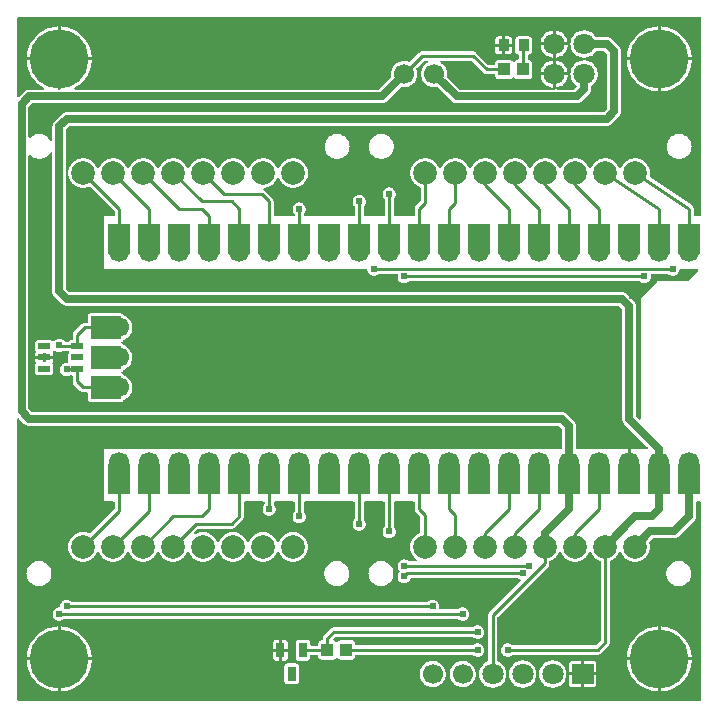
<source format=gtl>
G04 Layer: TopLayer*
G04 EasyEDA v6.5.15, 2022-10-06 20:38:00*
G04 44a05442b3094d8486212c110c7f242b,5a6b42c53f6a479593ecc07194224c93,10*
G04 Gerber Generator version 0.2*
G04 Scale: 100 percent, Rotated: No, Reflected: No *
G04 Dimensions in millimeters *
G04 leading zeros omitted , absolute positions ,4 integer and 5 decimal *
%FSLAX45Y45*%
%MOMM*%

%AMMACRO1*21,1,$1,$2,0,0,$3*%
%ADD10C,0.2540*%
%ADD11C,0.6350*%
%ADD12R,1.0000X0.5500*%
%ADD13R,1.0000X1.1000*%
%ADD14R,0.7000X1.2500*%
%ADD15R,0.8999X1.0000*%
%ADD16C,1.8000*%
%ADD17MACRO1,1.8X1.7X0.0000*%
%ADD18C,5.0000*%
%ADD19C,2.0000*%
%ADD20C,1.7000*%
%ADD21C,0.6096*%
%ADD22C,0.0147*%

%LPD*%
G36*
X2207768Y4127500D02*
G01*
X2203856Y4128262D01*
X2200605Y4130497D01*
X2198370Y4133748D01*
X2197608Y4137660D01*
X2197608Y4253992D01*
X2196795Y4262018D01*
X2194610Y4269232D01*
X2191054Y4275937D01*
X2185924Y4282135D01*
X2123135Y4344924D01*
X2116937Y4350054D01*
X2114346Y4351426D01*
X2111044Y4354271D01*
X2109216Y4358233D01*
X2109216Y4362551D01*
X2111044Y4366514D01*
X2114346Y4369358D01*
X2118512Y4370527D01*
X2123389Y4370832D01*
X2138324Y4373575D01*
X2152853Y4378096D01*
X2166721Y4384344D01*
X2179726Y4392218D01*
X2191664Y4401566D01*
X2202434Y4412335D01*
X2211781Y4424273D01*
X2219655Y4437278D01*
X2225954Y4451197D01*
X2228138Y4454398D01*
X2231390Y4456480D01*
X2235200Y4457192D01*
X2239010Y4456480D01*
X2242261Y4454398D01*
X2244445Y4451197D01*
X2250744Y4437278D01*
X2258618Y4424273D01*
X2267966Y4412335D01*
X2278735Y4401566D01*
X2290673Y4392218D01*
X2303678Y4384344D01*
X2317546Y4378096D01*
X2332075Y4373575D01*
X2347010Y4370832D01*
X2362200Y4369917D01*
X2377389Y4370832D01*
X2392324Y4373575D01*
X2406853Y4378096D01*
X2420721Y4384344D01*
X2433726Y4392218D01*
X2445664Y4401566D01*
X2456434Y4412335D01*
X2465781Y4424273D01*
X2473655Y4437278D01*
X2479903Y4451146D01*
X2484424Y4465675D01*
X2487168Y4480610D01*
X2488082Y4495800D01*
X2487168Y4510989D01*
X2484424Y4525924D01*
X2479903Y4540453D01*
X2473655Y4554321D01*
X2465781Y4567326D01*
X2456434Y4579264D01*
X2445664Y4590034D01*
X2433726Y4599381D01*
X2420721Y4607255D01*
X2406853Y4613503D01*
X2392324Y4618024D01*
X2377389Y4620768D01*
X2362200Y4621682D01*
X2347010Y4620768D01*
X2332075Y4618024D01*
X2317546Y4613503D01*
X2303678Y4607255D01*
X2290673Y4599381D01*
X2278735Y4590034D01*
X2267966Y4579264D01*
X2258618Y4567326D01*
X2250744Y4554321D01*
X2244445Y4540402D01*
X2242261Y4537202D01*
X2239010Y4535119D01*
X2235200Y4534408D01*
X2231390Y4535119D01*
X2228138Y4537202D01*
X2225954Y4540402D01*
X2219655Y4554321D01*
X2211781Y4567326D01*
X2202434Y4579264D01*
X2191664Y4590034D01*
X2179726Y4599381D01*
X2166721Y4607255D01*
X2152853Y4613503D01*
X2138324Y4618024D01*
X2123389Y4620768D01*
X2108200Y4621682D01*
X2093010Y4620768D01*
X2078075Y4618024D01*
X2063546Y4613503D01*
X2049678Y4607255D01*
X2036673Y4599381D01*
X2024735Y4590034D01*
X2013966Y4579264D01*
X2004618Y4567326D01*
X1996744Y4554321D01*
X1990445Y4540402D01*
X1988261Y4537202D01*
X1985010Y4535119D01*
X1981200Y4534408D01*
X1977389Y4535119D01*
X1974138Y4537202D01*
X1971954Y4540402D01*
X1965655Y4554321D01*
X1957781Y4567326D01*
X1948434Y4579264D01*
X1937664Y4590034D01*
X1925726Y4599381D01*
X1912721Y4607255D01*
X1898853Y4613503D01*
X1884324Y4618024D01*
X1869389Y4620768D01*
X1854200Y4621682D01*
X1839010Y4620768D01*
X1824075Y4618024D01*
X1809546Y4613503D01*
X1795678Y4607255D01*
X1782673Y4599381D01*
X1770735Y4590034D01*
X1759966Y4579264D01*
X1750618Y4567326D01*
X1742744Y4554321D01*
X1736445Y4540402D01*
X1734261Y4537202D01*
X1731010Y4535119D01*
X1727200Y4534408D01*
X1723389Y4535119D01*
X1720138Y4537202D01*
X1717954Y4540402D01*
X1711655Y4554321D01*
X1703781Y4567326D01*
X1694434Y4579264D01*
X1683664Y4590034D01*
X1671726Y4599381D01*
X1658721Y4607255D01*
X1644853Y4613503D01*
X1630324Y4618024D01*
X1615389Y4620768D01*
X1600200Y4621682D01*
X1585010Y4620768D01*
X1570075Y4618024D01*
X1555546Y4613503D01*
X1541678Y4607255D01*
X1528673Y4599381D01*
X1516735Y4590034D01*
X1505966Y4579264D01*
X1496618Y4567326D01*
X1488744Y4554321D01*
X1482445Y4540402D01*
X1480261Y4537202D01*
X1477010Y4535119D01*
X1473200Y4534408D01*
X1469390Y4535119D01*
X1466138Y4537202D01*
X1463954Y4540402D01*
X1457655Y4554321D01*
X1449781Y4567326D01*
X1440434Y4579264D01*
X1429664Y4590034D01*
X1417726Y4599381D01*
X1404721Y4607255D01*
X1390853Y4613503D01*
X1376324Y4618024D01*
X1361389Y4620768D01*
X1346200Y4621682D01*
X1331010Y4620768D01*
X1316075Y4618024D01*
X1301546Y4613503D01*
X1287678Y4607255D01*
X1274673Y4599381D01*
X1262735Y4590034D01*
X1251966Y4579264D01*
X1242618Y4567326D01*
X1234744Y4554321D01*
X1228445Y4540402D01*
X1226261Y4537202D01*
X1223010Y4535119D01*
X1219200Y4534408D01*
X1215390Y4535119D01*
X1212138Y4537202D01*
X1209954Y4540402D01*
X1203655Y4554321D01*
X1195781Y4567326D01*
X1186434Y4579264D01*
X1175664Y4590034D01*
X1163726Y4599381D01*
X1150721Y4607255D01*
X1136853Y4613503D01*
X1122324Y4618024D01*
X1107389Y4620768D01*
X1092200Y4621682D01*
X1077010Y4620768D01*
X1062075Y4618024D01*
X1047546Y4613503D01*
X1033678Y4607255D01*
X1020673Y4599381D01*
X1008735Y4590034D01*
X997966Y4579264D01*
X988618Y4567326D01*
X980744Y4554321D01*
X974445Y4540402D01*
X972261Y4537202D01*
X969010Y4535119D01*
X965200Y4534408D01*
X961390Y4535119D01*
X958138Y4537202D01*
X955954Y4540402D01*
X949655Y4554321D01*
X941781Y4567326D01*
X932434Y4579264D01*
X921664Y4590034D01*
X909726Y4599381D01*
X896721Y4607255D01*
X882853Y4613503D01*
X868324Y4618024D01*
X853389Y4620768D01*
X838200Y4621682D01*
X823010Y4620768D01*
X808075Y4618024D01*
X793546Y4613503D01*
X779678Y4607255D01*
X766673Y4599381D01*
X754735Y4590034D01*
X743966Y4579264D01*
X734618Y4567326D01*
X726744Y4554321D01*
X720445Y4540402D01*
X718261Y4537202D01*
X715010Y4535119D01*
X711200Y4534408D01*
X707390Y4535119D01*
X704138Y4537202D01*
X701954Y4540402D01*
X695655Y4554321D01*
X687781Y4567326D01*
X678434Y4579264D01*
X667664Y4590034D01*
X655726Y4599381D01*
X642721Y4607255D01*
X628853Y4613503D01*
X614324Y4618024D01*
X599389Y4620768D01*
X584200Y4621682D01*
X569010Y4620768D01*
X554075Y4618024D01*
X539546Y4613503D01*
X525678Y4607255D01*
X512673Y4599381D01*
X500735Y4590034D01*
X489966Y4579264D01*
X480618Y4567326D01*
X472744Y4554321D01*
X466496Y4540453D01*
X461975Y4525924D01*
X459232Y4510989D01*
X458978Y4506518D01*
X457708Y4502251D01*
X454812Y4498949D01*
X450748Y4497171D01*
X446278Y4497273D01*
X442366Y4499305D01*
X439623Y4502810D01*
X438658Y4507128D01*
X438658Y4861407D01*
X439420Y4865319D01*
X441655Y4868570D01*
X465429Y4892344D01*
X468680Y4894580D01*
X472592Y4895342D01*
X5016093Y4895342D01*
X5025999Y4896154D01*
X5035194Y4898491D01*
X5043932Y4902301D01*
X5051958Y4907584D01*
X5057495Y4912461D01*
X5120487Y4975453D01*
X5126888Y4983022D01*
X5131765Y4991201D01*
X5135219Y5000040D01*
X5137200Y5009489D01*
X5137658Y5016804D01*
X5137658Y5524093D01*
X5136845Y5533999D01*
X5134508Y5543194D01*
X5130698Y5551932D01*
X5125415Y5559958D01*
X5120538Y5565495D01*
X5057546Y5628487D01*
X5049977Y5634888D01*
X5041798Y5639765D01*
X5032959Y5643219D01*
X5023510Y5645200D01*
X5016195Y5645658D01*
X4931968Y5645658D01*
X4928616Y5646216D01*
X4925669Y5647842D01*
X4923383Y5650382D01*
X4919776Y5656122D01*
X4910480Y5667349D01*
X4899863Y5677306D01*
X4888077Y5685840D01*
X4875326Y5692851D01*
X4861814Y5698236D01*
X4847691Y5701842D01*
X4833264Y5703671D01*
X4818735Y5703671D01*
X4804308Y5701842D01*
X4790186Y5698236D01*
X4776673Y5692851D01*
X4763922Y5685840D01*
X4752136Y5677306D01*
X4741519Y5667349D01*
X4732223Y5656122D01*
X4724450Y5643829D01*
X4718253Y5630672D01*
X4713732Y5616803D01*
X4711039Y5602528D01*
X4710125Y5588000D01*
X4711039Y5573471D01*
X4713732Y5559196D01*
X4718253Y5545328D01*
X4724450Y5532170D01*
X4732223Y5519877D01*
X4741519Y5508650D01*
X4752136Y5498693D01*
X4763922Y5490159D01*
X4776673Y5483148D01*
X4790186Y5477764D01*
X4804308Y5474157D01*
X4818735Y5472328D01*
X4833264Y5472328D01*
X4847691Y5474157D01*
X4861814Y5477764D01*
X4875326Y5483148D01*
X4888077Y5490159D01*
X4899863Y5498693D01*
X4910480Y5508650D01*
X4919776Y5519877D01*
X4923383Y5525617D01*
X4925669Y5528157D01*
X4928616Y5529783D01*
X4931968Y5530342D01*
X4988407Y5530342D01*
X4992319Y5529580D01*
X4995570Y5527344D01*
X5019344Y5503570D01*
X5021580Y5500319D01*
X5022342Y5496407D01*
X5022342Y5044592D01*
X5021580Y5040680D01*
X5019344Y5037429D01*
X4995570Y5013655D01*
X4992319Y5011420D01*
X4988407Y5010658D01*
X444906Y5010658D01*
X435000Y5009845D01*
X425805Y5007508D01*
X417068Y5003698D01*
X409041Y4998415D01*
X403504Y4993538D01*
X340512Y4930546D01*
X334111Y4922977D01*
X329234Y4914798D01*
X325780Y4905959D01*
X323799Y4896510D01*
X323342Y4889195D01*
X323342Y4778705D01*
X322427Y4774488D01*
X319887Y4771034D01*
X316128Y4768951D01*
X311861Y4768596D01*
X307797Y4770069D01*
X304749Y4773066D01*
X296621Y4785258D01*
X287477Y4795672D01*
X277063Y4804816D01*
X265531Y4812487D01*
X253136Y4818634D01*
X239979Y4823053D01*
X226415Y4825796D01*
X212598Y4826660D01*
X198780Y4825796D01*
X185216Y4823053D01*
X172059Y4818634D01*
X159664Y4812487D01*
X148132Y4804816D01*
X138023Y4795926D01*
X134670Y4793996D01*
X130860Y4793386D01*
X127101Y4794300D01*
X124002Y4796536D01*
X121869Y4799787D01*
X121158Y4803546D01*
X121158Y5051907D01*
X121920Y5055819D01*
X124155Y5059070D01*
X147929Y5082844D01*
X151180Y5085080D01*
X155092Y5085842D01*
X3111093Y5085842D01*
X3120999Y5086654D01*
X3130194Y5088991D01*
X3138932Y5092801D01*
X3146958Y5098084D01*
X3152495Y5102961D01*
X3272028Y5222494D01*
X3274618Y5224373D01*
X3277615Y5225338D01*
X3280816Y5225338D01*
X3291332Y5223611D01*
X3305556Y5223154D01*
X3319678Y5224526D01*
X3333546Y5227675D01*
X3346907Y5232603D01*
X3359505Y5239156D01*
X3371138Y5247284D01*
X3381654Y5256834D01*
X3390849Y5267655D01*
X3398621Y5279593D01*
X3404768Y5292394D01*
X3409238Y5305856D01*
X3411982Y5319826D01*
X3412896Y5334000D01*
X3411982Y5348173D01*
X3409238Y5362143D01*
X3405124Y5374589D01*
X3404615Y5378297D01*
X3405479Y5381904D01*
X3407562Y5385003D01*
X3467404Y5444794D01*
X3470706Y5447030D01*
X3474618Y5447792D01*
X3493871Y5447792D01*
X3498138Y5446877D01*
X3501644Y5444236D01*
X3503676Y5440375D01*
X3503929Y5436006D01*
X3502304Y5431942D01*
X3499154Y5428945D01*
X3492550Y5424932D01*
X3481425Y5416092D01*
X3471570Y5405882D01*
X3463086Y5394502D01*
X3456076Y5382107D01*
X3450742Y5368950D01*
X3447135Y5355183D01*
X3445357Y5341112D01*
X3445357Y5326888D01*
X3447135Y5312816D01*
X3450742Y5299049D01*
X3456076Y5285892D01*
X3463086Y5273497D01*
X3471570Y5262118D01*
X3481425Y5251907D01*
X3492550Y5243068D01*
X3504692Y5235702D01*
X3517696Y5229910D01*
X3531311Y5225897D01*
X3545332Y5223611D01*
X3559556Y5223154D01*
X3573678Y5224526D01*
X3576574Y5225186D01*
X3579926Y5225389D01*
X3583228Y5224424D01*
X3585972Y5222443D01*
X3705453Y5103012D01*
X3713022Y5096611D01*
X3721201Y5091734D01*
X3730040Y5088280D01*
X3739489Y5086299D01*
X3746804Y5085842D01*
X4762093Y5085842D01*
X4771999Y5086654D01*
X4781194Y5088991D01*
X4789932Y5092801D01*
X4797958Y5098084D01*
X4803495Y5102961D01*
X4866487Y5165953D01*
X4872888Y5173522D01*
X4877765Y5181701D01*
X4881219Y5190540D01*
X4883200Y5199989D01*
X4883658Y5207304D01*
X4883658Y5227726D01*
X4884166Y5230876D01*
X4885588Y5233720D01*
X4887823Y5235956D01*
X4899863Y5244693D01*
X4910480Y5254650D01*
X4919776Y5265877D01*
X4927549Y5278170D01*
X4933746Y5291328D01*
X4938268Y5305196D01*
X4940960Y5319471D01*
X4941874Y5334000D01*
X4940960Y5348528D01*
X4938268Y5362803D01*
X4933746Y5376672D01*
X4927549Y5389829D01*
X4919776Y5402122D01*
X4910480Y5413349D01*
X4899863Y5423306D01*
X4888077Y5431840D01*
X4875326Y5438851D01*
X4861814Y5444236D01*
X4847691Y5447842D01*
X4833264Y5449671D01*
X4818735Y5449671D01*
X4804308Y5447842D01*
X4790186Y5444236D01*
X4776673Y5438851D01*
X4763922Y5431840D01*
X4752136Y5423306D01*
X4741519Y5413349D01*
X4732223Y5402122D01*
X4724450Y5389829D01*
X4718253Y5376672D01*
X4713732Y5362803D01*
X4711039Y5348528D01*
X4710125Y5334000D01*
X4711039Y5319471D01*
X4713732Y5305196D01*
X4718253Y5291328D01*
X4724450Y5278170D01*
X4732223Y5265877D01*
X4741519Y5254650D01*
X4752136Y5244693D01*
X4759909Y5239054D01*
X4762804Y5235803D01*
X4764074Y5231638D01*
X4763465Y5227320D01*
X4761128Y5223662D01*
X4741570Y5204155D01*
X4738319Y5201920D01*
X4734407Y5201158D01*
X4600092Y5201158D01*
X4596028Y5202021D01*
X4592624Y5204409D01*
X4590491Y5208016D01*
X4589983Y5212130D01*
X4591151Y5216144D01*
X4593844Y5219293D01*
X4597603Y5221173D01*
X4607814Y5223764D01*
X4621326Y5229148D01*
X4634077Y5236159D01*
X4645863Y5244693D01*
X4656480Y5254650D01*
X4665776Y5265877D01*
X4673549Y5278170D01*
X4679746Y5291328D01*
X4684268Y5305196D01*
X4686960Y5319471D01*
X4687112Y5321300D01*
X4584700Y5321300D01*
X4584700Y5211318D01*
X4583938Y5207406D01*
X4581702Y5204155D01*
X4578451Y5201920D01*
X4574540Y5201158D01*
X4569460Y5201158D01*
X4565548Y5201920D01*
X4562297Y5204155D01*
X4560062Y5207406D01*
X4559300Y5211318D01*
X4559300Y5321300D01*
X4456887Y5321300D01*
X4457039Y5319471D01*
X4459732Y5305196D01*
X4464253Y5291328D01*
X4470450Y5278170D01*
X4478223Y5265877D01*
X4487519Y5254650D01*
X4498136Y5244693D01*
X4509922Y5236159D01*
X4522673Y5229148D01*
X4536186Y5223764D01*
X4546396Y5221173D01*
X4550156Y5219293D01*
X4552848Y5216144D01*
X4554016Y5212130D01*
X4553508Y5208016D01*
X4551375Y5204409D01*
X4547971Y5202021D01*
X4543907Y5201158D01*
X3774592Y5201158D01*
X3770680Y5201920D01*
X3767429Y5204155D01*
X3667455Y5304078D01*
X3665575Y5306720D01*
X3664610Y5309920D01*
X3664661Y5313172D01*
X3665982Y5319826D01*
X3666896Y5334000D01*
X3665982Y5348173D01*
X3663238Y5362143D01*
X3658768Y5375605D01*
X3652621Y5388406D01*
X3644849Y5400344D01*
X3635654Y5411165D01*
X3625138Y5420664D01*
X3612743Y5429300D01*
X3609848Y5432399D01*
X3608476Y5436412D01*
X3608882Y5440680D01*
X3610965Y5444388D01*
X3614420Y5446877D01*
X3618585Y5447792D01*
X3865981Y5447792D01*
X3869893Y5447030D01*
X3873195Y5444794D01*
X3972864Y5345176D01*
X3979062Y5340045D01*
X3985768Y5336489D01*
X3992981Y5334304D01*
X4001008Y5333492D01*
X4063034Y5333492D01*
X4066946Y5332730D01*
X4070197Y5330494D01*
X4072432Y5327243D01*
X4073194Y5323332D01*
X4073194Y5317693D01*
X4073906Y5311343D01*
X4075836Y5305907D01*
X4078884Y5300980D01*
X4082999Y5296916D01*
X4087876Y5293817D01*
X4093362Y5291886D01*
X4099661Y5291175D01*
X4198518Y5291175D01*
X4204868Y5291886D01*
X4210304Y5293817D01*
X4215231Y5296916D01*
X4219295Y5300980D01*
X4220514Y5302859D01*
X4223308Y5305806D01*
X4227068Y5307431D01*
X4231132Y5307431D01*
X4234891Y5305806D01*
X4237685Y5302859D01*
X4238904Y5300980D01*
X4242968Y5296916D01*
X4247896Y5293817D01*
X4253331Y5291886D01*
X4259681Y5291175D01*
X4358538Y5291175D01*
X4364837Y5291886D01*
X4370324Y5293817D01*
X4375200Y5296916D01*
X4379315Y5300980D01*
X4382363Y5305907D01*
X4384294Y5311343D01*
X4385005Y5317693D01*
X4385005Y5426506D01*
X4384294Y5432856D01*
X4382363Y5438292D01*
X4379315Y5443220D01*
X4375200Y5447284D01*
X4370324Y5450382D01*
X4364939Y5452262D01*
X4356862Y5453075D01*
X4353306Y5454091D01*
X4350308Y5456326D01*
X4348378Y5459526D01*
X4347667Y5463184D01*
X4347667Y5489244D01*
X4348378Y5492902D01*
X4350308Y5496052D01*
X4353306Y5498287D01*
X4356862Y5499354D01*
X4364888Y5500116D01*
X4370324Y5501995D01*
X4375200Y5505094D01*
X4379315Y5509158D01*
X4382363Y5514086D01*
X4384294Y5519521D01*
X4385005Y5525871D01*
X4385005Y5624728D01*
X4384294Y5631027D01*
X4382363Y5636514D01*
X4379315Y5641390D01*
X4375200Y5645505D01*
X4370324Y5648604D01*
X4364837Y5650484D01*
X4358538Y5651195D01*
X4269689Y5651195D01*
X4263339Y5650484D01*
X4257903Y5648604D01*
X4252976Y5645505D01*
X4248912Y5641390D01*
X4245813Y5636514D01*
X4243882Y5631027D01*
X4243171Y5624728D01*
X4243171Y5525871D01*
X4243882Y5519521D01*
X4245813Y5514086D01*
X4248912Y5509158D01*
X4252976Y5505094D01*
X4257903Y5501995D01*
X4263694Y5499963D01*
X4267200Y5497830D01*
X4269638Y5494477D01*
X4270451Y5490413D01*
X4270451Y5463184D01*
X4269790Y5459526D01*
X4267860Y5456326D01*
X4264863Y5454091D01*
X4261307Y5453075D01*
X4253280Y5452262D01*
X4247896Y5450382D01*
X4242968Y5447284D01*
X4238904Y5443220D01*
X4237685Y5441340D01*
X4234891Y5438394D01*
X4231132Y5436768D01*
X4227068Y5436768D01*
X4223308Y5438394D01*
X4220514Y5441340D01*
X4219295Y5443220D01*
X4215231Y5447284D01*
X4210304Y5450382D01*
X4204868Y5452313D01*
X4198518Y5453024D01*
X4099661Y5453024D01*
X4093362Y5452313D01*
X4087876Y5450382D01*
X4082999Y5447284D01*
X4078884Y5443220D01*
X4075836Y5438292D01*
X4073906Y5432856D01*
X4073194Y5426506D01*
X4073194Y5420868D01*
X4072432Y5416956D01*
X4070197Y5413705D01*
X4066946Y5411470D01*
X4063034Y5410708D01*
X4020718Y5410708D01*
X4016806Y5411470D01*
X4013504Y5413705D01*
X3913835Y5513324D01*
X3907637Y5518454D01*
X3900932Y5522010D01*
X3893718Y5524195D01*
X3885692Y5525008D01*
X3454908Y5525008D01*
X3446881Y5524195D01*
X3439668Y5522010D01*
X3432962Y5518454D01*
X3426764Y5513324D01*
X3352901Y5439460D01*
X3349701Y5437327D01*
X3345942Y5436514D01*
X3342182Y5437124D01*
X3333546Y5440324D01*
X3319678Y5443474D01*
X3305556Y5444845D01*
X3291332Y5444388D01*
X3277311Y5442102D01*
X3263696Y5438038D01*
X3250692Y5432298D01*
X3238550Y5424932D01*
X3227425Y5416092D01*
X3217570Y5405882D01*
X3209086Y5394502D01*
X3202076Y5382107D01*
X3196742Y5368950D01*
X3193135Y5355183D01*
X3191357Y5341112D01*
X3191357Y5326888D01*
X3193237Y5312359D01*
X3193135Y5309260D01*
X3192170Y5306364D01*
X3190341Y5303875D01*
X3090570Y5204155D01*
X3087319Y5201920D01*
X3083407Y5201158D01*
X520141Y5201158D01*
X515874Y5202123D01*
X512368Y5204764D01*
X510336Y5208676D01*
X510184Y5213096D01*
X511860Y5217160D01*
X515061Y5220106D01*
X528828Y5228031D01*
X547827Y5241239D01*
X565607Y5255971D01*
X582117Y5272125D01*
X597204Y5289600D01*
X610819Y5308295D01*
X622757Y5328107D01*
X633018Y5348782D01*
X641553Y5370271D01*
X648208Y5392369D01*
X653034Y5414975D01*
X655929Y5437936D01*
X656336Y5448300D01*
X393700Y5448300D01*
X393700Y5211318D01*
X392938Y5207406D01*
X390702Y5204155D01*
X387400Y5201920D01*
X383540Y5201158D01*
X378460Y5201158D01*
X374548Y5201920D01*
X371246Y5204155D01*
X369062Y5207406D01*
X368300Y5211318D01*
X368300Y5448300D01*
X105410Y5448300D01*
X107289Y5426405D01*
X111150Y5403646D01*
X116890Y5381244D01*
X124460Y5359450D01*
X133858Y5338318D01*
X144983Y5318099D01*
X157784Y5298846D01*
X172161Y5280710D01*
X187960Y5263896D01*
X205130Y5248402D01*
X223520Y5234432D01*
X243027Y5222087D01*
X246379Y5220309D01*
X249783Y5217414D01*
X251612Y5213350D01*
X251561Y5208879D01*
X249529Y5204917D01*
X246024Y5202123D01*
X241655Y5201158D01*
X127406Y5201158D01*
X117500Y5200345D01*
X108305Y5198008D01*
X99568Y5194198D01*
X91541Y5188915D01*
X86004Y5184038D01*
X43230Y5141315D01*
X39979Y5139080D01*
X36068Y5138318D01*
X32156Y5139080D01*
X28905Y5141315D01*
X26670Y5144566D01*
X25908Y5148478D01*
X25908Y5805932D01*
X26670Y5809843D01*
X28905Y5813094D01*
X32156Y5815330D01*
X36068Y5816092D01*
X5805932Y5816092D01*
X5809843Y5815330D01*
X5813094Y5813094D01*
X5815330Y5809843D01*
X5816092Y5805932D01*
X5816092Y4137660D01*
X5815330Y4133748D01*
X5813094Y4130497D01*
X5809843Y4128262D01*
X5805932Y4127500D01*
X5763768Y4127500D01*
X5759856Y4128262D01*
X5756605Y4130497D01*
X5754370Y4133748D01*
X5753608Y4137660D01*
X5753608Y4190492D01*
X5752795Y4198518D01*
X5750610Y4205732D01*
X5747054Y4212437D01*
X5742279Y4218279D01*
X5736031Y4223359D01*
X5384800Y4457547D01*
X5382006Y4460290D01*
X5380482Y4463897D01*
X5380431Y4467809D01*
X5382768Y4480610D01*
X5383682Y4495800D01*
X5382768Y4510989D01*
X5380024Y4525924D01*
X5375503Y4540453D01*
X5369255Y4554321D01*
X5361381Y4567326D01*
X5352034Y4579264D01*
X5341264Y4590034D01*
X5329326Y4599381D01*
X5316321Y4607255D01*
X5302453Y4613503D01*
X5287924Y4618024D01*
X5272989Y4620768D01*
X5257800Y4621682D01*
X5242610Y4620768D01*
X5227675Y4618024D01*
X5213146Y4613503D01*
X5199278Y4607255D01*
X5186273Y4599381D01*
X5174335Y4590034D01*
X5163566Y4579264D01*
X5154218Y4567326D01*
X5146344Y4554321D01*
X5140045Y4540402D01*
X5137861Y4537202D01*
X5134610Y4535119D01*
X5130800Y4534408D01*
X5126990Y4535119D01*
X5123738Y4537202D01*
X5121554Y4540402D01*
X5115255Y4554321D01*
X5107381Y4567326D01*
X5098034Y4579264D01*
X5087264Y4590034D01*
X5075326Y4599381D01*
X5062321Y4607255D01*
X5048453Y4613503D01*
X5033924Y4618024D01*
X5018989Y4620768D01*
X5003800Y4621682D01*
X4988610Y4620768D01*
X4973675Y4618024D01*
X4959146Y4613503D01*
X4945278Y4607255D01*
X4932273Y4599381D01*
X4920335Y4590034D01*
X4909566Y4579264D01*
X4900218Y4567326D01*
X4892344Y4554321D01*
X4886045Y4540402D01*
X4883861Y4537202D01*
X4880610Y4535119D01*
X4876800Y4534408D01*
X4872990Y4535119D01*
X4869738Y4537202D01*
X4867554Y4540402D01*
X4861255Y4554321D01*
X4853381Y4567326D01*
X4844034Y4579264D01*
X4833264Y4590034D01*
X4821326Y4599381D01*
X4808321Y4607255D01*
X4794453Y4613503D01*
X4779924Y4618024D01*
X4764989Y4620768D01*
X4749800Y4621682D01*
X4734610Y4620768D01*
X4719675Y4618024D01*
X4705146Y4613503D01*
X4691278Y4607255D01*
X4678273Y4599381D01*
X4666335Y4590034D01*
X4655566Y4579264D01*
X4646218Y4567326D01*
X4638344Y4554321D01*
X4632045Y4540402D01*
X4629861Y4537202D01*
X4626610Y4535119D01*
X4622800Y4534408D01*
X4618990Y4535119D01*
X4615738Y4537202D01*
X4613554Y4540402D01*
X4607255Y4554321D01*
X4599381Y4567326D01*
X4590034Y4579264D01*
X4579264Y4590034D01*
X4567326Y4599381D01*
X4554321Y4607255D01*
X4540453Y4613503D01*
X4525924Y4618024D01*
X4510989Y4620768D01*
X4495800Y4621682D01*
X4480610Y4620768D01*
X4465675Y4618024D01*
X4451146Y4613503D01*
X4437278Y4607255D01*
X4424273Y4599381D01*
X4412335Y4590034D01*
X4401566Y4579264D01*
X4392218Y4567326D01*
X4384344Y4554321D01*
X4378045Y4540402D01*
X4375861Y4537202D01*
X4372610Y4535119D01*
X4368800Y4534408D01*
X4364990Y4535119D01*
X4361738Y4537202D01*
X4359554Y4540402D01*
X4353255Y4554321D01*
X4345381Y4567326D01*
X4336034Y4579264D01*
X4325264Y4590034D01*
X4313326Y4599381D01*
X4300321Y4607255D01*
X4286453Y4613503D01*
X4271924Y4618024D01*
X4256989Y4620768D01*
X4241800Y4621682D01*
X4226610Y4620768D01*
X4211675Y4618024D01*
X4197146Y4613503D01*
X4183278Y4607255D01*
X4170273Y4599381D01*
X4158335Y4590034D01*
X4147565Y4579264D01*
X4138218Y4567326D01*
X4130344Y4554321D01*
X4124045Y4540402D01*
X4121861Y4537202D01*
X4118610Y4535119D01*
X4114800Y4534408D01*
X4110990Y4535119D01*
X4107738Y4537202D01*
X4105554Y4540402D01*
X4099255Y4554321D01*
X4091381Y4567326D01*
X4082034Y4579264D01*
X4071264Y4590034D01*
X4059326Y4599381D01*
X4046321Y4607255D01*
X4032453Y4613503D01*
X4017924Y4618024D01*
X4002989Y4620768D01*
X3987800Y4621682D01*
X3972610Y4620768D01*
X3957675Y4618024D01*
X3943146Y4613503D01*
X3929278Y4607255D01*
X3916273Y4599381D01*
X3904335Y4590034D01*
X3893565Y4579264D01*
X3884218Y4567326D01*
X3876344Y4554321D01*
X3870045Y4540402D01*
X3867861Y4537202D01*
X3864610Y4535119D01*
X3860800Y4534408D01*
X3856990Y4535119D01*
X3853738Y4537202D01*
X3851554Y4540402D01*
X3845255Y4554321D01*
X3837381Y4567326D01*
X3828034Y4579264D01*
X3817264Y4590034D01*
X3805326Y4599381D01*
X3792321Y4607255D01*
X3778453Y4613503D01*
X3763924Y4618024D01*
X3748989Y4620768D01*
X3733800Y4621682D01*
X3718610Y4620768D01*
X3703675Y4618024D01*
X3689146Y4613503D01*
X3675278Y4607255D01*
X3662273Y4599381D01*
X3650335Y4590034D01*
X3639565Y4579264D01*
X3630218Y4567326D01*
X3622344Y4554321D01*
X3616045Y4540402D01*
X3613861Y4537202D01*
X3610610Y4535119D01*
X3606800Y4534408D01*
X3602990Y4535119D01*
X3599738Y4537202D01*
X3597554Y4540402D01*
X3591255Y4554321D01*
X3583381Y4567326D01*
X3574034Y4579264D01*
X3563264Y4590034D01*
X3551326Y4599381D01*
X3538321Y4607255D01*
X3524453Y4613503D01*
X3509924Y4618024D01*
X3494989Y4620768D01*
X3479800Y4621682D01*
X3464610Y4620768D01*
X3449675Y4618024D01*
X3435146Y4613503D01*
X3421278Y4607255D01*
X3408273Y4599381D01*
X3396335Y4590034D01*
X3385565Y4579264D01*
X3376218Y4567326D01*
X3368344Y4554321D01*
X3362096Y4540453D01*
X3357575Y4525924D01*
X3354832Y4510989D01*
X3353917Y4495800D01*
X3354832Y4480610D01*
X3357575Y4465675D01*
X3362096Y4451146D01*
X3368344Y4437278D01*
X3376218Y4424273D01*
X3385565Y4412335D01*
X3396335Y4401566D01*
X3408273Y4392218D01*
X3421278Y4384344D01*
X3435197Y4378096D01*
X3438347Y4375861D01*
X3440480Y4372610D01*
X3441192Y4368800D01*
X3441192Y4262018D01*
X3440429Y4258106D01*
X3438194Y4254804D01*
X3402076Y4218635D01*
X3396945Y4212437D01*
X3393389Y4205732D01*
X3391204Y4198518D01*
X3390392Y4190492D01*
X3390392Y4137660D01*
X3389629Y4133748D01*
X3387394Y4130497D01*
X3384143Y4128262D01*
X3380232Y4127500D01*
X3223768Y4127500D01*
X3219856Y4128262D01*
X3216605Y4130497D01*
X3214370Y4133748D01*
X3213608Y4137660D01*
X3213608Y4272991D01*
X3214370Y4276902D01*
X3216605Y4280204D01*
X3218180Y4281779D01*
X3223818Y4289806D01*
X3227933Y4298746D01*
X3230473Y4308195D01*
X3231337Y4318000D01*
X3230473Y4327804D01*
X3227933Y4337253D01*
X3223818Y4346194D01*
X3218180Y4354220D01*
X3211220Y4361180D01*
X3203194Y4366818D01*
X3194253Y4370933D01*
X3184804Y4373473D01*
X3175000Y4374337D01*
X3165195Y4373473D01*
X3155746Y4370933D01*
X3146806Y4366818D01*
X3138779Y4361180D01*
X3131820Y4354220D01*
X3126181Y4346194D01*
X3122066Y4337253D01*
X3119526Y4327804D01*
X3118662Y4318000D01*
X3119526Y4308195D01*
X3122066Y4298746D01*
X3126181Y4289806D01*
X3131820Y4281779D01*
X3133394Y4280204D01*
X3135630Y4276902D01*
X3136392Y4272991D01*
X3136392Y4137660D01*
X3135630Y4133748D01*
X3133394Y4130497D01*
X3130143Y4128262D01*
X3126232Y4127500D01*
X2969768Y4127500D01*
X2965856Y4128262D01*
X2962605Y4130497D01*
X2960370Y4133748D01*
X2959608Y4137660D01*
X2959608Y4209491D01*
X2960370Y4213402D01*
X2962605Y4216704D01*
X2964180Y4218279D01*
X2969818Y4226306D01*
X2973933Y4235246D01*
X2976473Y4244695D01*
X2977337Y4254500D01*
X2976473Y4264304D01*
X2973933Y4273753D01*
X2969818Y4282694D01*
X2964180Y4290720D01*
X2957220Y4297680D01*
X2949194Y4303318D01*
X2940253Y4307433D01*
X2930804Y4309973D01*
X2921000Y4310837D01*
X2911195Y4309973D01*
X2901746Y4307433D01*
X2892806Y4303318D01*
X2884779Y4297680D01*
X2877820Y4290720D01*
X2872181Y4282694D01*
X2868066Y4273753D01*
X2865526Y4264304D01*
X2864662Y4254500D01*
X2865526Y4244695D01*
X2868066Y4235246D01*
X2872181Y4226306D01*
X2877820Y4218279D01*
X2879394Y4216704D01*
X2881630Y4213402D01*
X2882392Y4209491D01*
X2882392Y4137660D01*
X2881630Y4133748D01*
X2879394Y4130497D01*
X2876143Y4128262D01*
X2872232Y4127500D01*
X2461768Y4127500D01*
X2457856Y4128262D01*
X2454605Y4130497D01*
X2452370Y4133748D01*
X2451608Y4137660D01*
X2451608Y4145991D01*
X2452370Y4149902D01*
X2454605Y4153204D01*
X2456180Y4154779D01*
X2461818Y4162806D01*
X2465933Y4171746D01*
X2468473Y4181195D01*
X2469337Y4191000D01*
X2468473Y4200804D01*
X2465933Y4210253D01*
X2461818Y4219194D01*
X2456180Y4227220D01*
X2449220Y4234180D01*
X2441194Y4239818D01*
X2432253Y4243933D01*
X2422804Y4246473D01*
X2413000Y4247337D01*
X2403195Y4246473D01*
X2393746Y4243933D01*
X2384806Y4239818D01*
X2376779Y4234180D01*
X2369820Y4227220D01*
X2364181Y4219194D01*
X2360066Y4210253D01*
X2357526Y4200804D01*
X2356662Y4191000D01*
X2357526Y4181195D01*
X2360066Y4171746D01*
X2364181Y4162806D01*
X2369820Y4154779D01*
X2371394Y4153204D01*
X2373630Y4149902D01*
X2374392Y4145991D01*
X2374392Y4137660D01*
X2373630Y4133748D01*
X2371394Y4130497D01*
X2368143Y4128262D01*
X2364232Y4127500D01*
G37*

%LPC*%
G36*
X4156811Y5588000D02*
G01*
X4214977Y5588000D01*
X4214977Y5624728D01*
X4214266Y5631027D01*
X4212386Y5636514D01*
X4209288Y5641390D01*
X4205224Y5645505D01*
X4200296Y5648604D01*
X4194860Y5650484D01*
X4188510Y5651195D01*
X4156811Y5651195D01*
G37*
G36*
X4584700Y5473039D02*
G01*
X4593691Y5474157D01*
X4607814Y5477764D01*
X4621326Y5483148D01*
X4634077Y5490159D01*
X4645863Y5498693D01*
X4656480Y5508650D01*
X4665776Y5519877D01*
X4673549Y5532170D01*
X4679746Y5545328D01*
X4684268Y5559196D01*
X4686960Y5573471D01*
X4687112Y5575300D01*
X4584700Y5575300D01*
G37*
G36*
X4584700Y5346700D02*
G01*
X4687112Y5346700D01*
X4686960Y5348528D01*
X4684268Y5362803D01*
X4679746Y5376672D01*
X4673549Y5389829D01*
X4665776Y5402122D01*
X4656480Y5413349D01*
X4645863Y5423306D01*
X4634077Y5431840D01*
X4621326Y5438851D01*
X4607814Y5444236D01*
X4593691Y5447842D01*
X4584700Y5448960D01*
G37*
G36*
X4456887Y5346700D02*
G01*
X4559300Y5346700D01*
X4559300Y5448960D01*
X4550308Y5447842D01*
X4536186Y5444236D01*
X4522673Y5438851D01*
X4509922Y5431840D01*
X4498136Y5423306D01*
X4487519Y5413349D01*
X4478223Y5402122D01*
X4470450Y5389829D01*
X4464253Y5376672D01*
X4459732Y5362803D01*
X4457039Y5348528D01*
G37*
G36*
X4073194Y5588000D02*
G01*
X4131411Y5588000D01*
X4131411Y5651195D01*
X4099661Y5651195D01*
X4093362Y5650484D01*
X4087876Y5648604D01*
X4082999Y5645505D01*
X4078884Y5641390D01*
X4075785Y5636514D01*
X4073906Y5631027D01*
X4073194Y5624728D01*
G37*
G36*
X4099661Y5499404D02*
G01*
X4131411Y5499404D01*
X4131411Y5562600D01*
X4073194Y5562600D01*
X4073194Y5525871D01*
X4073906Y5519521D01*
X4075785Y5514086D01*
X4078884Y5509158D01*
X4082999Y5505094D01*
X4087876Y5501995D01*
X4093362Y5500116D01*
G37*
G36*
X4156811Y5499404D02*
G01*
X4188510Y5499404D01*
X4194860Y5500116D01*
X4200296Y5501995D01*
X4205224Y5505094D01*
X4209288Y5509158D01*
X4212386Y5514086D01*
X4214266Y5519521D01*
X4214977Y5525871D01*
X4214977Y5562600D01*
X4156811Y5562600D01*
G37*
G36*
X4584700Y5600700D02*
G01*
X4687112Y5600700D01*
X4686960Y5602528D01*
X4684268Y5616803D01*
X4679746Y5630672D01*
X4673549Y5643829D01*
X4665776Y5656122D01*
X4656480Y5667349D01*
X4645863Y5677306D01*
X4634077Y5685840D01*
X4621326Y5692851D01*
X4607814Y5698236D01*
X4593691Y5701842D01*
X4584700Y5702960D01*
G37*
G36*
X5448300Y5185613D02*
G01*
X5448300Y5448300D01*
X5185410Y5448300D01*
X5187289Y5426405D01*
X5191150Y5403646D01*
X5196890Y5381244D01*
X5204460Y5359450D01*
X5213858Y5338318D01*
X5224983Y5318099D01*
X5237784Y5298846D01*
X5252161Y5280710D01*
X5267960Y5263896D01*
X5285130Y5248402D01*
X5303520Y5234432D01*
X5323027Y5222087D01*
X5343499Y5211368D01*
X5364835Y5202428D01*
X5386781Y5195265D01*
X5409285Y5189982D01*
X5432145Y5186629D01*
G37*
G36*
X5473700Y5185562D02*
G01*
X5478322Y5185664D01*
X5501284Y5188051D01*
X5523992Y5192369D01*
X5546242Y5198618D01*
X5567934Y5206644D01*
X5588812Y5216499D01*
X5608828Y5228031D01*
X5627827Y5241239D01*
X5645607Y5255971D01*
X5662117Y5272125D01*
X5677204Y5289600D01*
X5690819Y5308295D01*
X5702757Y5328107D01*
X5713018Y5348782D01*
X5721553Y5370271D01*
X5728208Y5392369D01*
X5733034Y5414975D01*
X5735929Y5437936D01*
X5736336Y5448300D01*
X5473700Y5448300D01*
G37*
G36*
X3108198Y4614926D02*
G01*
X3122015Y4615789D01*
X3135579Y4618532D01*
X3148736Y4622952D01*
X3161131Y4629099D01*
X3172663Y4636770D01*
X3183077Y4645914D01*
X3192221Y4656328D01*
X3199892Y4667859D01*
X3206038Y4680254D01*
X3210458Y4693412D01*
X3213201Y4706975D01*
X3214065Y4720793D01*
X3213201Y4734610D01*
X3210458Y4748174D01*
X3206038Y4761331D01*
X3199892Y4773726D01*
X3192221Y4785258D01*
X3183077Y4795672D01*
X3172663Y4804816D01*
X3161131Y4812487D01*
X3148736Y4818634D01*
X3135579Y4823053D01*
X3122015Y4825796D01*
X3108198Y4826660D01*
X3094380Y4825796D01*
X3080816Y4823053D01*
X3067659Y4818634D01*
X3055264Y4812487D01*
X3043732Y4804816D01*
X3033318Y4795672D01*
X3024174Y4785258D01*
X3016504Y4773726D01*
X3010357Y4761331D01*
X3005937Y4748174D01*
X3003194Y4734610D01*
X3002330Y4720793D01*
X3003194Y4706975D01*
X3005937Y4693412D01*
X3010357Y4680254D01*
X3016504Y4667859D01*
X3024174Y4656328D01*
X3033318Y4645914D01*
X3043732Y4636770D01*
X3055264Y4629099D01*
X3067659Y4622952D01*
X3080816Y4618532D01*
X3094380Y4615789D01*
G37*
G36*
X5629402Y4614926D02*
G01*
X5643219Y4615789D01*
X5656783Y4618532D01*
X5669940Y4622952D01*
X5682335Y4629099D01*
X5693867Y4636770D01*
X5704281Y4645914D01*
X5713425Y4656328D01*
X5721096Y4667859D01*
X5727242Y4680254D01*
X5731662Y4693412D01*
X5734405Y4706975D01*
X5735269Y4720793D01*
X5734405Y4734610D01*
X5731662Y4748174D01*
X5727242Y4761331D01*
X5721096Y4773726D01*
X5713425Y4785258D01*
X5704281Y4795672D01*
X5693867Y4804816D01*
X5682335Y4812487D01*
X5669940Y4818634D01*
X5656783Y4823053D01*
X5643219Y4825796D01*
X5629402Y4826660D01*
X5615584Y4825796D01*
X5602020Y4823053D01*
X5588863Y4818634D01*
X5576468Y4812487D01*
X5564936Y4804816D01*
X5554522Y4795672D01*
X5545378Y4785258D01*
X5537708Y4773726D01*
X5531561Y4761331D01*
X5527141Y4748174D01*
X5524398Y4734610D01*
X5523534Y4720793D01*
X5524398Y4706975D01*
X5527141Y4693412D01*
X5531561Y4680254D01*
X5537708Y4667859D01*
X5545378Y4656328D01*
X5554522Y4645914D01*
X5564936Y4636770D01*
X5576468Y4629099D01*
X5588863Y4622952D01*
X5602020Y4618532D01*
X5615584Y4615789D01*
G37*
G36*
X2733802Y4614926D02*
G01*
X2747619Y4615789D01*
X2761183Y4618532D01*
X2774340Y4622952D01*
X2786735Y4629099D01*
X2798267Y4636770D01*
X2808681Y4645914D01*
X2817825Y4656328D01*
X2825496Y4667859D01*
X2831642Y4680254D01*
X2836062Y4693412D01*
X2838805Y4706975D01*
X2839669Y4720793D01*
X2838805Y4734610D01*
X2836062Y4748174D01*
X2831642Y4761331D01*
X2825496Y4773726D01*
X2817825Y4785258D01*
X2808681Y4795672D01*
X2798267Y4804816D01*
X2786735Y4812487D01*
X2774340Y4818634D01*
X2761183Y4823053D01*
X2747619Y4825796D01*
X2733802Y4826660D01*
X2719984Y4825796D01*
X2706420Y4823053D01*
X2693263Y4818634D01*
X2680868Y4812487D01*
X2669336Y4804816D01*
X2658922Y4795672D01*
X2649778Y4785258D01*
X2642108Y4773726D01*
X2635961Y4761331D01*
X2631541Y4748174D01*
X2628798Y4734610D01*
X2627934Y4720793D01*
X2628798Y4706975D01*
X2631541Y4693412D01*
X2635961Y4680254D01*
X2642108Y4667859D01*
X2649778Y4656328D01*
X2658922Y4645914D01*
X2669336Y4636770D01*
X2680868Y4629099D01*
X2693263Y4622952D01*
X2706420Y4618532D01*
X2719984Y4615789D01*
G37*
G36*
X4456887Y5600700D02*
G01*
X4559300Y5600700D01*
X4559300Y5702960D01*
X4550308Y5701842D01*
X4536186Y5698236D01*
X4522673Y5692851D01*
X4509922Y5685840D01*
X4498136Y5677306D01*
X4487519Y5667349D01*
X4478223Y5656122D01*
X4470450Y5643829D01*
X4464253Y5630672D01*
X4459732Y5616803D01*
X4457039Y5602528D01*
G37*
G36*
X105410Y5473700D02*
G01*
X368300Y5473700D01*
X368300Y5736386D01*
X352145Y5735370D01*
X329285Y5732018D01*
X306781Y5726734D01*
X284835Y5719572D01*
X263499Y5710631D01*
X243027Y5699912D01*
X223520Y5687568D01*
X205130Y5673598D01*
X187960Y5658104D01*
X172161Y5641289D01*
X157784Y5623153D01*
X144983Y5603900D01*
X133858Y5583682D01*
X124460Y5562549D01*
X116890Y5540756D01*
X111150Y5518353D01*
X107289Y5495594D01*
G37*
G36*
X5185410Y5473700D02*
G01*
X5448300Y5473700D01*
X5448300Y5736386D01*
X5432145Y5735370D01*
X5409285Y5732018D01*
X5386781Y5726734D01*
X5364835Y5719572D01*
X5343499Y5710631D01*
X5323027Y5699912D01*
X5303520Y5687568D01*
X5285130Y5673598D01*
X5267960Y5658104D01*
X5252161Y5641289D01*
X5237784Y5623153D01*
X5224983Y5603900D01*
X5213858Y5583682D01*
X5204460Y5562549D01*
X5196890Y5540756D01*
X5191150Y5518353D01*
X5187289Y5495594D01*
G37*
G36*
X393700Y5473700D02*
G01*
X656336Y5473700D01*
X655929Y5484063D01*
X653034Y5507024D01*
X648208Y5529630D01*
X641553Y5551728D01*
X633018Y5573217D01*
X622757Y5593892D01*
X610819Y5613704D01*
X597204Y5632348D01*
X582117Y5649874D01*
X565607Y5666028D01*
X547827Y5680760D01*
X528828Y5693968D01*
X508812Y5705500D01*
X487934Y5715355D01*
X466242Y5723382D01*
X443992Y5729630D01*
X421284Y5733948D01*
X398322Y5736336D01*
X393700Y5736437D01*
G37*
G36*
X5473700Y5473700D02*
G01*
X5736336Y5473700D01*
X5735929Y5484063D01*
X5733034Y5507024D01*
X5728208Y5529630D01*
X5721553Y5551728D01*
X5713018Y5573217D01*
X5702757Y5593892D01*
X5690819Y5613704D01*
X5677204Y5632348D01*
X5662117Y5649874D01*
X5645607Y5666028D01*
X5627827Y5680760D01*
X5608828Y5693968D01*
X5588812Y5705500D01*
X5567934Y5715355D01*
X5546242Y5723382D01*
X5523992Y5729630D01*
X5501284Y5733948D01*
X5478322Y5736336D01*
X5473700Y5736437D01*
G37*
G36*
X4559300Y5473039D02*
G01*
X4559300Y5575300D01*
X4456887Y5575300D01*
X4457039Y5573471D01*
X4459732Y5559196D01*
X4464253Y5545328D01*
X4470450Y5532170D01*
X4478223Y5519877D01*
X4487519Y5508650D01*
X4498136Y5498693D01*
X4509922Y5490159D01*
X4522673Y5483148D01*
X4536186Y5477764D01*
X4550308Y5474157D01*
G37*

%LPD*%
G36*
X5297932Y2407818D02*
G01*
X5294020Y2408580D01*
X5290769Y2410815D01*
X5267655Y2433929D01*
X5265420Y2437180D01*
X5264658Y2441092D01*
X5264658Y3365093D01*
X5263845Y3374999D01*
X5261508Y3384194D01*
X5257698Y3392932D01*
X5252415Y3400958D01*
X5247538Y3406495D01*
X5184546Y3469487D01*
X5176977Y3475888D01*
X5168798Y3480765D01*
X5159959Y3484219D01*
X5150510Y3486200D01*
X5143195Y3486658D01*
X472592Y3486658D01*
X468680Y3487420D01*
X465429Y3489655D01*
X441655Y3513429D01*
X439420Y3516680D01*
X438658Y3520592D01*
X438658Y4484471D01*
X439623Y4488789D01*
X442366Y4492294D01*
X446278Y4494326D01*
X450748Y4494428D01*
X454812Y4492650D01*
X457708Y4489348D01*
X458978Y4485081D01*
X459232Y4480610D01*
X461975Y4465675D01*
X466496Y4451146D01*
X472744Y4437278D01*
X480618Y4424273D01*
X489966Y4412335D01*
X500735Y4401566D01*
X512673Y4392218D01*
X525678Y4384344D01*
X539546Y4378096D01*
X554075Y4373575D01*
X569010Y4370832D01*
X584200Y4369917D01*
X599389Y4370832D01*
X614324Y4373575D01*
X628853Y4378096D01*
X635203Y4380941D01*
X639165Y4381855D01*
X643128Y4381093D01*
X646531Y4378858D01*
X847394Y4177995D01*
X849630Y4174693D01*
X850392Y4170781D01*
X850392Y4137660D01*
X849630Y4133748D01*
X847394Y4130497D01*
X844143Y4128262D01*
X840232Y4127500D01*
X763016Y4127500D01*
X762000Y4126484D01*
X762000Y3684015D01*
X763016Y3683000D01*
X2982366Y3683000D01*
X2986024Y3682288D01*
X2989224Y3680307D01*
X2991459Y3677310D01*
X2995066Y3663746D01*
X2999181Y3654806D01*
X3004820Y3646779D01*
X3011779Y3639820D01*
X3019806Y3634181D01*
X3028746Y3630066D01*
X3038195Y3627526D01*
X3048000Y3626662D01*
X3057804Y3627526D01*
X3067253Y3630066D01*
X3076194Y3634181D01*
X3084220Y3639820D01*
X3085795Y3641394D01*
X3089097Y3643629D01*
X3093008Y3644392D01*
X3237331Y3644392D01*
X3240938Y3643731D01*
X3244088Y3641801D01*
X3246374Y3638854D01*
X3247440Y3635298D01*
X3247136Y3631590D01*
X3246526Y3629304D01*
X3245662Y3619500D01*
X3246526Y3609695D01*
X3249066Y3600246D01*
X3253181Y3591306D01*
X3258820Y3583279D01*
X3265779Y3576320D01*
X3273806Y3570681D01*
X3282746Y3566566D01*
X3292195Y3564026D01*
X3302000Y3563162D01*
X3311804Y3564026D01*
X3321253Y3566566D01*
X3330194Y3570681D01*
X3338220Y3576320D01*
X3339795Y3577894D01*
X3343097Y3580129D01*
X3347008Y3580892D01*
X5288991Y3580892D01*
X5292902Y3580129D01*
X5296204Y3577894D01*
X5297779Y3576320D01*
X5305806Y3570681D01*
X5314746Y3566566D01*
X5324195Y3564026D01*
X5334000Y3563162D01*
X5343804Y3564026D01*
X5353253Y3566566D01*
X5362194Y3570681D01*
X5370220Y3576320D01*
X5377180Y3583279D01*
X5382818Y3591306D01*
X5386933Y3600246D01*
X5389473Y3609695D01*
X5390337Y3619500D01*
X5389473Y3629304D01*
X5388864Y3631590D01*
X5388559Y3635298D01*
X5389626Y3638854D01*
X5391912Y3641801D01*
X5395061Y3643731D01*
X5398668Y3644392D01*
X5530291Y3644392D01*
X5534202Y3643629D01*
X5537504Y3641394D01*
X5539079Y3639820D01*
X5547106Y3634181D01*
X5556046Y3630066D01*
X5565495Y3627526D01*
X5575300Y3626662D01*
X5585104Y3627526D01*
X5594553Y3630066D01*
X5603494Y3634181D01*
X5611520Y3639820D01*
X5618480Y3646779D01*
X5624118Y3654806D01*
X5628233Y3663746D01*
X5631840Y3677310D01*
X5634075Y3680307D01*
X5637276Y3682288D01*
X5640984Y3683000D01*
X5780836Y3683000D01*
X5784697Y3682237D01*
X5787999Y3680002D01*
X5790234Y3676751D01*
X5790996Y3672840D01*
X5790234Y3668928D01*
X5787999Y3665677D01*
X5707227Y3584905D01*
X5703925Y3582670D01*
X5700064Y3581908D01*
X5461406Y3581908D01*
X5457596Y3581603D01*
X5450535Y3579571D01*
X5445658Y3576828D01*
X5442407Y3574034D01*
X5315966Y3447592D01*
X5313476Y3444697D01*
X5309920Y3438245D01*
X5308396Y3432860D01*
X5308092Y3428593D01*
X5308092Y2417978D01*
X5307330Y2414066D01*
X5305094Y2410815D01*
X5301843Y2408580D01*
G37*

%LPD*%
G36*
X4766818Y2159000D02*
G01*
X4762906Y2159762D01*
X4759655Y2161997D01*
X4757420Y2165248D01*
X4756658Y2169160D01*
X4756658Y2349093D01*
X4755845Y2358999D01*
X4753508Y2368194D01*
X4749698Y2376932D01*
X4744415Y2384958D01*
X4739538Y2390495D01*
X4676546Y2453487D01*
X4668977Y2459888D01*
X4660798Y2464765D01*
X4651959Y2468219D01*
X4642510Y2470200D01*
X4635195Y2470658D01*
X155092Y2470658D01*
X151180Y2471420D01*
X147929Y2473655D01*
X124155Y2497429D01*
X121920Y2500680D01*
X121158Y2504592D01*
X121158Y4638040D01*
X121869Y4641799D01*
X124002Y4645050D01*
X127101Y4647285D01*
X130860Y4648200D01*
X134670Y4647590D01*
X138023Y4645660D01*
X148132Y4636770D01*
X159664Y4629099D01*
X172059Y4622952D01*
X185216Y4618532D01*
X198780Y4615789D01*
X212598Y4614926D01*
X226415Y4615789D01*
X239979Y4618532D01*
X253136Y4622952D01*
X265531Y4629099D01*
X277063Y4636770D01*
X287477Y4645914D01*
X296621Y4656328D01*
X304749Y4668520D01*
X307797Y4671517D01*
X311861Y4672990D01*
X316128Y4672634D01*
X319887Y4670552D01*
X322427Y4667097D01*
X323342Y4662881D01*
X323342Y3492906D01*
X324154Y3483000D01*
X326491Y3473805D01*
X330301Y3465068D01*
X335584Y3457041D01*
X340461Y3451504D01*
X403453Y3388512D01*
X411022Y3382111D01*
X419201Y3377234D01*
X428040Y3373780D01*
X437489Y3371799D01*
X444804Y3371342D01*
X5115407Y3371342D01*
X5119319Y3370579D01*
X5122570Y3368344D01*
X5146344Y3344570D01*
X5148580Y3341319D01*
X5149342Y3337407D01*
X5149342Y2413406D01*
X5150154Y2403500D01*
X5152491Y2394305D01*
X5156301Y2385568D01*
X5161584Y2377541D01*
X5166461Y2372004D01*
X5362092Y2176322D01*
X5364327Y2173071D01*
X5365089Y2169160D01*
X5364327Y2165248D01*
X5362092Y2161997D01*
X5358841Y2159762D01*
X5354929Y2159000D01*
G37*

%LPC*%
G36*
X204266Y2785313D02*
G01*
X303123Y2785313D01*
X309422Y2786024D01*
X314909Y2787904D01*
X319786Y2791002D01*
X323900Y2795066D01*
X326999Y2799994D01*
X328879Y2805430D01*
X329590Y2811780D01*
X329590Y2865628D01*
X328879Y2871978D01*
X326999Y2877413D01*
X324866Y2880766D01*
X323494Y2884322D01*
X323494Y2888081D01*
X324866Y2891586D01*
X326999Y2894990D01*
X328879Y2900426D01*
X329590Y2906776D01*
X329590Y2921000D01*
X266395Y2921000D01*
X266395Y2902254D01*
X265633Y2898394D01*
X263398Y2895092D01*
X260096Y2892907D01*
X256235Y2892094D01*
X251155Y2892094D01*
X247243Y2892907D01*
X243992Y2895092D01*
X241757Y2898394D01*
X240995Y2902254D01*
X240995Y2921000D01*
X177800Y2921000D01*
X177800Y2906776D01*
X178511Y2900426D01*
X180390Y2894990D01*
X182524Y2891586D01*
X183896Y2888081D01*
X183896Y2884322D01*
X182524Y2880766D01*
X180390Y2877413D01*
X178511Y2871978D01*
X177800Y2865628D01*
X177800Y2811780D01*
X178511Y2805430D01*
X180390Y2799994D01*
X183489Y2795066D01*
X187604Y2791002D01*
X192481Y2787904D01*
X197916Y2786024D01*
G37*
G36*
X648258Y2557780D02*
G01*
X901141Y2557780D01*
X907440Y2558542D01*
X912926Y2560421D01*
X917803Y2563520D01*
X921918Y2567584D01*
X925169Y2572816D01*
X927150Y2575052D01*
X929640Y2576677D01*
X940308Y2581402D01*
X952449Y2588768D01*
X963574Y2597607D01*
X973429Y2607818D01*
X981913Y2619197D01*
X988923Y2631592D01*
X994257Y2644749D01*
X997864Y2658516D01*
X999642Y2672588D01*
X999642Y2686812D01*
X997864Y2700883D01*
X994257Y2714650D01*
X988923Y2727807D01*
X981913Y2740202D01*
X973429Y2751582D01*
X963574Y2761792D01*
X952449Y2770632D01*
X940308Y2777998D01*
X928369Y2783281D01*
X925830Y2784906D01*
X923899Y2787192D01*
X921918Y2790342D01*
X917803Y2794406D01*
X913130Y2797352D01*
X910183Y2800197D01*
X908608Y2803906D01*
X908608Y2808020D01*
X910183Y2811729D01*
X913130Y2814574D01*
X917803Y2817520D01*
X921918Y2821584D01*
X925271Y2826918D01*
X927303Y2829306D01*
X930046Y2830931D01*
X937107Y2833776D01*
X949502Y2840786D01*
X960882Y2849270D01*
X971092Y2859125D01*
X979932Y2870250D01*
X987298Y2882392D01*
X993089Y2895396D01*
X997102Y2909011D01*
X999388Y2923032D01*
X999845Y2937256D01*
X998474Y2951378D01*
X995324Y2965246D01*
X990396Y2978607D01*
X983843Y2991205D01*
X975715Y3002838D01*
X966165Y3013354D01*
X955344Y3022549D01*
X943406Y3030321D01*
X926236Y3038551D01*
X923899Y3041142D01*
X921918Y3044342D01*
X917803Y3048406D01*
X913130Y3051352D01*
X910183Y3054197D01*
X908608Y3057906D01*
X908608Y3062020D01*
X910183Y3065729D01*
X913130Y3068574D01*
X917803Y3071520D01*
X921918Y3075584D01*
X925169Y3080816D01*
X927150Y3083052D01*
X929640Y3084677D01*
X940308Y3089402D01*
X952449Y3096768D01*
X963574Y3105607D01*
X973429Y3115818D01*
X981913Y3127197D01*
X988923Y3139592D01*
X994257Y3152749D01*
X997864Y3166516D01*
X999642Y3180588D01*
X999642Y3194812D01*
X997864Y3208883D01*
X994257Y3222650D01*
X988923Y3235807D01*
X981913Y3248202D01*
X973429Y3259582D01*
X963574Y3269792D01*
X952449Y3278632D01*
X940308Y3285998D01*
X928369Y3291281D01*
X925830Y3292906D01*
X923899Y3295192D01*
X921918Y3298342D01*
X917803Y3302406D01*
X912926Y3305505D01*
X907440Y3307384D01*
X901141Y3308096D01*
X648258Y3308096D01*
X641959Y3307384D01*
X636473Y3305505D01*
X631596Y3302406D01*
X627481Y3298342D01*
X624433Y3293414D01*
X622503Y3287979D01*
X621792Y3281629D01*
X621792Y3236468D01*
X621030Y3232556D01*
X618794Y3229305D01*
X615543Y3227070D01*
X611632Y3226308D01*
X597408Y3226308D01*
X589381Y3225495D01*
X582168Y3223310D01*
X575462Y3219754D01*
X569264Y3214624D01*
X506780Y3152140D01*
X501650Y3145942D01*
X498093Y3139236D01*
X495909Y3132023D01*
X495096Y3123996D01*
X495096Y3092246D01*
X494436Y3088589D01*
X492455Y3085439D01*
X489508Y3083153D01*
X485901Y3082137D01*
X477875Y3081375D01*
X472490Y3079445D01*
X467614Y3076397D01*
X461111Y3069539D01*
X458114Y3067862D01*
X454761Y3067304D01*
X432409Y3067304D01*
X429259Y3067812D01*
X426415Y3069234D01*
X417220Y3078480D01*
X409194Y3084118D01*
X400253Y3088233D01*
X390804Y3090773D01*
X381000Y3091637D01*
X371195Y3090773D01*
X361746Y3088233D01*
X352806Y3084118D01*
X344779Y3078480D01*
X338429Y3072130D01*
X335127Y3069945D01*
X331266Y3069132D01*
X327355Y3069945D01*
X324053Y3072130D01*
X319786Y3076397D01*
X314909Y3079445D01*
X309422Y3081375D01*
X303123Y3082086D01*
X204266Y3082086D01*
X197916Y3081375D01*
X192481Y3079445D01*
X187604Y3076397D01*
X183489Y3072282D01*
X180390Y3067405D01*
X178511Y3061919D01*
X177800Y3055620D01*
X177800Y3001772D01*
X178511Y2995422D01*
X180390Y2989986D01*
X182524Y2986582D01*
X183896Y2983077D01*
X183896Y2979318D01*
X182524Y2975762D01*
X180390Y2972409D01*
X178511Y2966923D01*
X177800Y2960624D01*
X177800Y2946400D01*
X240995Y2946400D01*
X240995Y2965094D01*
X241757Y2969006D01*
X243992Y2972308D01*
X247243Y2974492D01*
X251155Y2975254D01*
X256235Y2975254D01*
X260096Y2974492D01*
X263398Y2972308D01*
X265633Y2969006D01*
X266395Y2965094D01*
X266395Y2946400D01*
X329590Y2946400D01*
X329590Y2960624D01*
X328879Y2966923D01*
X326999Y2972409D01*
X324866Y2975762D01*
X323494Y2979216D01*
X323443Y2982925D01*
X324713Y2986379D01*
X327660Y2991307D01*
X330098Y2994101D01*
X333349Y2995828D01*
X337007Y2996285D01*
X340563Y2995422D01*
X344779Y2992120D01*
X352806Y2986481D01*
X361746Y2982366D01*
X371195Y2979826D01*
X381000Y2978962D01*
X390804Y2979826D01*
X400253Y2982366D01*
X409194Y2986481D01*
X411683Y2988259D01*
X414426Y2989630D01*
X417525Y2990088D01*
X453135Y2990088D01*
X457352Y2989173D01*
X460806Y2986633D01*
X462889Y2982874D01*
X463245Y2978556D01*
X461772Y2974543D01*
X460451Y2972409D01*
X458520Y2966923D01*
X457809Y2960624D01*
X457809Y2906776D01*
X458622Y2899410D01*
X458165Y2894990D01*
X455828Y2891180D01*
X452069Y2888792D01*
X447649Y2888183D01*
X444500Y2888437D01*
X434695Y2887573D01*
X425246Y2885033D01*
X416306Y2880918D01*
X408279Y2875280D01*
X401320Y2868320D01*
X395681Y2860294D01*
X391566Y2851353D01*
X389026Y2841904D01*
X388162Y2832100D01*
X389026Y2822295D01*
X391566Y2812846D01*
X395681Y2803906D01*
X401320Y2795879D01*
X408279Y2788920D01*
X416306Y2783281D01*
X425246Y2779166D01*
X434695Y2776626D01*
X444500Y2775762D01*
X454304Y2776626D01*
X463753Y2779166D01*
X472693Y2783281D01*
X476808Y2785414D01*
X480314Y2785719D01*
X485800Y2785262D01*
X489407Y2784246D01*
X492404Y2782011D01*
X494334Y2778810D01*
X495046Y2775153D01*
X495046Y2731262D01*
X495808Y2723438D01*
X497941Y2716174D01*
X501497Y2709468D01*
X506577Y2703220D01*
X556412Y2652877D01*
X562610Y2647746D01*
X569264Y2644140D01*
X576478Y2641904D01*
X584708Y2641092D01*
X611632Y2641092D01*
X615543Y2640330D01*
X618794Y2638094D01*
X621030Y2634843D01*
X621792Y2630932D01*
X621792Y2584297D01*
X622503Y2577947D01*
X624433Y2572512D01*
X627481Y2567584D01*
X631596Y2563520D01*
X636473Y2560421D01*
X641959Y2558542D01*
G37*

%LPD*%
G36*
X5805932Y25908D02*
G01*
X36068Y26416D01*
X32156Y27178D01*
X28905Y29413D01*
X26670Y32664D01*
X25908Y36576D01*
X25908Y2408021D01*
X26670Y2411933D01*
X28905Y2415184D01*
X32156Y2417419D01*
X36068Y2418181D01*
X39979Y2417419D01*
X43230Y2415184D01*
X85953Y2372512D01*
X93522Y2366111D01*
X101701Y2361234D01*
X110540Y2357780D01*
X119989Y2355799D01*
X127304Y2355342D01*
X4607407Y2355342D01*
X4611319Y2354580D01*
X4614570Y2352344D01*
X4638344Y2328570D01*
X4640580Y2325319D01*
X4641342Y2321407D01*
X4641342Y2169160D01*
X4640580Y2165248D01*
X4638344Y2161997D01*
X4635093Y2159762D01*
X4631182Y2159000D01*
X763016Y2159000D01*
X762000Y2157984D01*
X762000Y1715516D01*
X763016Y1714500D01*
X840232Y1714500D01*
X844143Y1713738D01*
X847394Y1711502D01*
X849630Y1708251D01*
X850392Y1704339D01*
X850392Y1657705D01*
X849630Y1653793D01*
X847394Y1650492D01*
X643737Y1446834D01*
X640334Y1444599D01*
X636371Y1443837D01*
X632409Y1444752D01*
X626059Y1447596D01*
X611530Y1452118D01*
X596595Y1454861D01*
X581406Y1455775D01*
X566216Y1454861D01*
X551281Y1452118D01*
X536752Y1447596D01*
X522884Y1441348D01*
X509879Y1433474D01*
X497941Y1424127D01*
X487172Y1413357D01*
X477824Y1401419D01*
X469950Y1388414D01*
X463702Y1374546D01*
X459181Y1360017D01*
X456438Y1345082D01*
X455523Y1329893D01*
X456438Y1314704D01*
X459181Y1299768D01*
X463702Y1285240D01*
X469950Y1271371D01*
X477824Y1258366D01*
X487172Y1246428D01*
X497941Y1235659D01*
X509879Y1226312D01*
X522884Y1218438D01*
X536752Y1212189D01*
X551281Y1207668D01*
X566216Y1204925D01*
X581406Y1204010D01*
X596595Y1204925D01*
X611530Y1207668D01*
X626059Y1212189D01*
X639927Y1218438D01*
X652932Y1226312D01*
X664870Y1235659D01*
X675640Y1246428D01*
X684987Y1258366D01*
X692861Y1271371D01*
X699160Y1285290D01*
X701344Y1288491D01*
X704596Y1290574D01*
X708406Y1291285D01*
X712216Y1290574D01*
X715467Y1288491D01*
X717651Y1285290D01*
X723950Y1271371D01*
X731824Y1258366D01*
X741172Y1246428D01*
X751941Y1235659D01*
X763879Y1226312D01*
X776884Y1218438D01*
X790752Y1212189D01*
X805281Y1207668D01*
X820216Y1204925D01*
X835406Y1204010D01*
X850595Y1204925D01*
X865530Y1207668D01*
X880059Y1212189D01*
X893927Y1218438D01*
X906932Y1226312D01*
X918870Y1235659D01*
X929640Y1246428D01*
X938987Y1258366D01*
X946861Y1271371D01*
X953160Y1285290D01*
X955344Y1288491D01*
X958596Y1290574D01*
X962406Y1291285D01*
X966216Y1290574D01*
X969467Y1288491D01*
X971651Y1285290D01*
X977950Y1271371D01*
X985824Y1258366D01*
X995171Y1246428D01*
X1005941Y1235659D01*
X1017879Y1226312D01*
X1030884Y1218438D01*
X1044752Y1212189D01*
X1059281Y1207668D01*
X1074216Y1204925D01*
X1089406Y1204010D01*
X1104595Y1204925D01*
X1119530Y1207668D01*
X1134059Y1212189D01*
X1147927Y1218438D01*
X1160932Y1226312D01*
X1172870Y1235659D01*
X1183640Y1246428D01*
X1192987Y1258366D01*
X1200861Y1271371D01*
X1207160Y1285290D01*
X1209344Y1288491D01*
X1212596Y1290574D01*
X1216406Y1291285D01*
X1220216Y1290574D01*
X1223467Y1288491D01*
X1225651Y1285290D01*
X1231950Y1271371D01*
X1239824Y1258366D01*
X1249172Y1246428D01*
X1259941Y1235659D01*
X1271879Y1226312D01*
X1284884Y1218438D01*
X1298752Y1212189D01*
X1313281Y1207668D01*
X1328216Y1204925D01*
X1343406Y1204010D01*
X1358595Y1204925D01*
X1373530Y1207668D01*
X1388059Y1212189D01*
X1401927Y1218438D01*
X1414932Y1226312D01*
X1426870Y1235659D01*
X1437640Y1246428D01*
X1446987Y1258366D01*
X1454861Y1271371D01*
X1461160Y1285290D01*
X1463344Y1288491D01*
X1466596Y1290574D01*
X1470406Y1291285D01*
X1474216Y1290574D01*
X1477467Y1288491D01*
X1479651Y1285290D01*
X1485950Y1271371D01*
X1493824Y1258366D01*
X1503172Y1246428D01*
X1513941Y1235659D01*
X1525879Y1226312D01*
X1538884Y1218438D01*
X1552752Y1212189D01*
X1567281Y1207668D01*
X1582216Y1204925D01*
X1597406Y1204010D01*
X1612595Y1204925D01*
X1627530Y1207668D01*
X1642059Y1212189D01*
X1655927Y1218438D01*
X1668932Y1226312D01*
X1680870Y1235659D01*
X1691639Y1246428D01*
X1700987Y1258366D01*
X1708861Y1271371D01*
X1715160Y1285290D01*
X1717344Y1288491D01*
X1720596Y1290574D01*
X1724406Y1291285D01*
X1728216Y1290574D01*
X1731467Y1288491D01*
X1733651Y1285290D01*
X1739950Y1271371D01*
X1747824Y1258366D01*
X1757172Y1246428D01*
X1767941Y1235659D01*
X1779879Y1226312D01*
X1792884Y1218438D01*
X1806752Y1212189D01*
X1821281Y1207668D01*
X1836216Y1204925D01*
X1851406Y1204010D01*
X1866595Y1204925D01*
X1881530Y1207668D01*
X1896059Y1212189D01*
X1909927Y1218438D01*
X1922932Y1226312D01*
X1934870Y1235659D01*
X1945639Y1246428D01*
X1954987Y1258366D01*
X1962861Y1271371D01*
X1969160Y1285290D01*
X1971344Y1288491D01*
X1974596Y1290574D01*
X1978406Y1291285D01*
X1982216Y1290574D01*
X1985467Y1288491D01*
X1987651Y1285290D01*
X1993950Y1271371D01*
X2001824Y1258366D01*
X2011172Y1246428D01*
X2021941Y1235659D01*
X2033879Y1226312D01*
X2046884Y1218438D01*
X2060752Y1212189D01*
X2075281Y1207668D01*
X2090216Y1204925D01*
X2105406Y1204010D01*
X2120595Y1204925D01*
X2135530Y1207668D01*
X2150059Y1212189D01*
X2163927Y1218438D01*
X2176932Y1226312D01*
X2188870Y1235659D01*
X2199640Y1246428D01*
X2208987Y1258366D01*
X2216861Y1271371D01*
X2223160Y1285290D01*
X2225344Y1288491D01*
X2228596Y1290574D01*
X2232406Y1291285D01*
X2236216Y1290574D01*
X2239467Y1288491D01*
X2241651Y1285290D01*
X2247950Y1271371D01*
X2255824Y1258366D01*
X2265172Y1246428D01*
X2275941Y1235659D01*
X2287879Y1226312D01*
X2300884Y1218438D01*
X2314752Y1212189D01*
X2329281Y1207668D01*
X2344216Y1204925D01*
X2359406Y1204010D01*
X2374595Y1204925D01*
X2389530Y1207668D01*
X2404059Y1212189D01*
X2417927Y1218438D01*
X2430932Y1226312D01*
X2442870Y1235659D01*
X2453640Y1246428D01*
X2462987Y1258366D01*
X2470861Y1271371D01*
X2477109Y1285240D01*
X2481630Y1299768D01*
X2484374Y1314704D01*
X2485288Y1329893D01*
X2484374Y1345082D01*
X2481630Y1360017D01*
X2477109Y1374546D01*
X2470861Y1388414D01*
X2462987Y1401419D01*
X2453640Y1413357D01*
X2442870Y1424127D01*
X2430932Y1433474D01*
X2417927Y1441348D01*
X2404059Y1447596D01*
X2389530Y1452118D01*
X2374595Y1454861D01*
X2359406Y1455775D01*
X2344216Y1454861D01*
X2329281Y1452118D01*
X2314752Y1447596D01*
X2300884Y1441348D01*
X2287879Y1433474D01*
X2275941Y1424127D01*
X2265172Y1413357D01*
X2255824Y1401419D01*
X2247950Y1388414D01*
X2241651Y1374495D01*
X2239467Y1371295D01*
X2236216Y1369212D01*
X2232406Y1368501D01*
X2228596Y1369212D01*
X2225344Y1371295D01*
X2223160Y1374495D01*
X2216861Y1388414D01*
X2208987Y1401419D01*
X2199640Y1413357D01*
X2188870Y1424127D01*
X2176932Y1433474D01*
X2163927Y1441348D01*
X2150059Y1447596D01*
X2135530Y1452118D01*
X2120595Y1454861D01*
X2105406Y1455775D01*
X2090216Y1454861D01*
X2075281Y1452118D01*
X2060752Y1447596D01*
X2046884Y1441348D01*
X2033879Y1433474D01*
X2021941Y1424127D01*
X2011172Y1413357D01*
X2001824Y1401419D01*
X1993950Y1388414D01*
X1987651Y1374495D01*
X1985467Y1371295D01*
X1982216Y1369212D01*
X1978406Y1368501D01*
X1974596Y1369212D01*
X1971344Y1371295D01*
X1969160Y1374495D01*
X1962861Y1388414D01*
X1954987Y1401419D01*
X1945639Y1413357D01*
X1934870Y1424127D01*
X1922932Y1433474D01*
X1909927Y1441348D01*
X1896059Y1447596D01*
X1881530Y1452118D01*
X1866595Y1454861D01*
X1851406Y1455775D01*
X1836216Y1454861D01*
X1821281Y1452118D01*
X1806752Y1447596D01*
X1792884Y1441348D01*
X1779879Y1433474D01*
X1767941Y1424127D01*
X1757172Y1413357D01*
X1747824Y1401419D01*
X1739950Y1388414D01*
X1733651Y1374495D01*
X1731467Y1371295D01*
X1728216Y1369212D01*
X1724406Y1368501D01*
X1720596Y1369212D01*
X1717344Y1371295D01*
X1715160Y1374495D01*
X1708861Y1388414D01*
X1700987Y1401419D01*
X1691639Y1413357D01*
X1680870Y1424127D01*
X1668932Y1433474D01*
X1655927Y1441348D01*
X1642059Y1447596D01*
X1627530Y1452118D01*
X1612595Y1454861D01*
X1597406Y1455775D01*
X1582216Y1454861D01*
X1567281Y1452118D01*
X1552752Y1447596D01*
X1538884Y1441348D01*
X1536090Y1439672D01*
X1532178Y1438300D01*
X1528013Y1438605D01*
X1524304Y1440586D01*
X1521714Y1443888D01*
X1520698Y1447901D01*
X1521358Y1452067D01*
X1523644Y1455572D01*
X1550517Y1482394D01*
X1553819Y1484630D01*
X1557731Y1485392D01*
X1840992Y1485392D01*
X1849018Y1486204D01*
X1856232Y1488389D01*
X1862937Y1491945D01*
X1869135Y1497076D01*
X1931924Y1559864D01*
X1937054Y1566062D01*
X1940610Y1572768D01*
X1942795Y1579981D01*
X1943607Y1588008D01*
X1943607Y1704339D01*
X1944370Y1708251D01*
X1946605Y1711502D01*
X1949856Y1713738D01*
X1953768Y1714500D01*
X2110232Y1714500D01*
X2114143Y1713738D01*
X2117394Y1711502D01*
X2119630Y1708251D01*
X2120392Y1704339D01*
X2120392Y1696008D01*
X2119630Y1692097D01*
X2117394Y1688795D01*
X2115820Y1687220D01*
X2110181Y1679193D01*
X2106066Y1670253D01*
X2103526Y1660804D01*
X2102662Y1651000D01*
X2103526Y1641195D01*
X2106066Y1631746D01*
X2110181Y1622806D01*
X2115820Y1614779D01*
X2122779Y1607820D01*
X2130806Y1602181D01*
X2139746Y1598066D01*
X2149195Y1595526D01*
X2159000Y1594662D01*
X2168804Y1595526D01*
X2178253Y1598066D01*
X2187194Y1602181D01*
X2195220Y1607820D01*
X2202180Y1614779D01*
X2207818Y1622806D01*
X2211933Y1631746D01*
X2214473Y1641195D01*
X2215337Y1651000D01*
X2214473Y1660804D01*
X2211933Y1670253D01*
X2207818Y1679193D01*
X2202180Y1687220D01*
X2200605Y1688795D01*
X2198370Y1692097D01*
X2197608Y1696008D01*
X2197608Y1704339D01*
X2198370Y1708251D01*
X2200605Y1711502D01*
X2203856Y1713738D01*
X2207768Y1714500D01*
X2364232Y1714500D01*
X2368143Y1713738D01*
X2371394Y1711502D01*
X2373630Y1708251D01*
X2374392Y1704339D01*
X2374392Y1632508D01*
X2373630Y1628597D01*
X2371394Y1625295D01*
X2369820Y1623720D01*
X2364181Y1615694D01*
X2360066Y1606753D01*
X2357526Y1597304D01*
X2356662Y1587500D01*
X2357526Y1577695D01*
X2360066Y1568246D01*
X2364181Y1559306D01*
X2369820Y1551279D01*
X2376779Y1544320D01*
X2384806Y1538681D01*
X2393746Y1534566D01*
X2403195Y1532026D01*
X2413000Y1531162D01*
X2422804Y1532026D01*
X2432253Y1534566D01*
X2441194Y1538681D01*
X2449220Y1544320D01*
X2456180Y1551279D01*
X2461818Y1559306D01*
X2465933Y1568246D01*
X2468473Y1577695D01*
X2469337Y1587500D01*
X2468473Y1597304D01*
X2465933Y1606753D01*
X2461818Y1615694D01*
X2456180Y1623720D01*
X2454605Y1625295D01*
X2452370Y1628597D01*
X2451608Y1632508D01*
X2451608Y1704339D01*
X2452370Y1708251D01*
X2454605Y1711502D01*
X2457856Y1713738D01*
X2461768Y1714500D01*
X2872232Y1714500D01*
X2876143Y1713738D01*
X2879394Y1711502D01*
X2881630Y1708251D01*
X2882392Y1704339D01*
X2882392Y1569008D01*
X2881630Y1565097D01*
X2879394Y1561795D01*
X2877820Y1560220D01*
X2872181Y1552194D01*
X2868066Y1543253D01*
X2865526Y1533804D01*
X2864662Y1524000D01*
X2865526Y1514195D01*
X2868066Y1504746D01*
X2872181Y1495806D01*
X2877820Y1487779D01*
X2884779Y1480820D01*
X2892806Y1475181D01*
X2901746Y1471066D01*
X2911195Y1468526D01*
X2921000Y1467662D01*
X2930804Y1468526D01*
X2940253Y1471066D01*
X2949194Y1475181D01*
X2957220Y1480820D01*
X2964180Y1487779D01*
X2969818Y1495806D01*
X2973933Y1504746D01*
X2976473Y1514195D01*
X2977337Y1524000D01*
X2976473Y1533804D01*
X2973933Y1543253D01*
X2969818Y1552194D01*
X2964180Y1560220D01*
X2962605Y1561795D01*
X2960370Y1565097D01*
X2959608Y1569008D01*
X2959608Y1704339D01*
X2960370Y1708251D01*
X2962605Y1711502D01*
X2965856Y1713738D01*
X2969768Y1714500D01*
X3126232Y1714500D01*
X3130143Y1713738D01*
X3133394Y1711502D01*
X3135630Y1708251D01*
X3136392Y1704339D01*
X3136392Y1505508D01*
X3135630Y1501597D01*
X3133394Y1498295D01*
X3131820Y1496720D01*
X3126181Y1488694D01*
X3122066Y1479753D01*
X3119526Y1470304D01*
X3118662Y1460500D01*
X3119526Y1450695D01*
X3122066Y1441246D01*
X3126181Y1432306D01*
X3131820Y1424279D01*
X3138779Y1417320D01*
X3146806Y1411681D01*
X3155746Y1407566D01*
X3165195Y1405026D01*
X3175000Y1404162D01*
X3184804Y1405026D01*
X3194253Y1407566D01*
X3203194Y1411681D01*
X3211220Y1417320D01*
X3218180Y1424279D01*
X3223818Y1432306D01*
X3227933Y1441246D01*
X3230473Y1450695D01*
X3231337Y1460500D01*
X3230473Y1470304D01*
X3227933Y1479753D01*
X3223818Y1488694D01*
X3218180Y1496720D01*
X3216605Y1498295D01*
X3214370Y1501597D01*
X3213608Y1505508D01*
X3213608Y1704339D01*
X3214370Y1708251D01*
X3216605Y1711502D01*
X3219856Y1713738D01*
X3223768Y1714500D01*
X3380232Y1714500D01*
X3384143Y1713738D01*
X3387394Y1711502D01*
X3389629Y1708251D01*
X3390392Y1704339D01*
X3390392Y1651507D01*
X3391204Y1643481D01*
X3393389Y1636268D01*
X3396945Y1629562D01*
X3402076Y1623364D01*
X3435400Y1589989D01*
X3437636Y1586687D01*
X3438398Y1582775D01*
X3438398Y1456893D01*
X3437686Y1453083D01*
X3435553Y1449832D01*
X3432403Y1447596D01*
X3418484Y1441348D01*
X3405479Y1433474D01*
X3393541Y1424127D01*
X3382772Y1413357D01*
X3373424Y1401419D01*
X3365550Y1388414D01*
X3359302Y1374546D01*
X3354781Y1360017D01*
X3352037Y1345082D01*
X3351123Y1329893D01*
X3352037Y1314704D01*
X3354781Y1299768D01*
X3359302Y1285240D01*
X3365550Y1271371D01*
X3373424Y1258366D01*
X3382772Y1246428D01*
X3393541Y1235659D01*
X3405479Y1226312D01*
X3409340Y1222857D01*
X3410965Y1218793D01*
X3410712Y1214424D01*
X3408679Y1210564D01*
X3405225Y1207922D01*
X3400958Y1207008D01*
X3347008Y1207008D01*
X3343097Y1207770D01*
X3339795Y1210005D01*
X3338220Y1211580D01*
X3330194Y1217218D01*
X3321253Y1221333D01*
X3311804Y1223873D01*
X3302000Y1224737D01*
X3292195Y1223873D01*
X3282746Y1221333D01*
X3273806Y1217218D01*
X3265779Y1211580D01*
X3258820Y1204620D01*
X3253181Y1196594D01*
X3249066Y1187653D01*
X3246526Y1178204D01*
X3245662Y1168400D01*
X3246526Y1158595D01*
X3249066Y1149146D01*
X3253181Y1140206D01*
X3262071Y1127861D01*
X3262833Y1123950D01*
X3262071Y1120038D01*
X3253181Y1107694D01*
X3249066Y1098753D01*
X3246526Y1089304D01*
X3245662Y1079500D01*
X3246526Y1069695D01*
X3249066Y1060246D01*
X3253181Y1051306D01*
X3258820Y1043279D01*
X3265779Y1036319D01*
X3273806Y1030681D01*
X3282746Y1026566D01*
X3292195Y1024026D01*
X3302000Y1023162D01*
X3311804Y1024026D01*
X3321253Y1026566D01*
X3330194Y1030681D01*
X3338220Y1036319D01*
X3345179Y1043279D01*
X3350818Y1051306D01*
X3355035Y1060450D01*
X3357270Y1063498D01*
X3360521Y1065580D01*
X3364229Y1066292D01*
X4260291Y1066292D01*
X4264202Y1065530D01*
X4267504Y1063294D01*
X4269079Y1061720D01*
X4277106Y1056081D01*
X4281982Y1053846D01*
X4285081Y1051560D01*
X4287164Y1048258D01*
X4287824Y1044448D01*
X4287012Y1040688D01*
X4284827Y1037437D01*
X4024376Y776935D01*
X4019245Y770737D01*
X4015689Y764032D01*
X4013504Y756818D01*
X4012692Y748792D01*
X4012692Y370027D01*
X4011879Y366064D01*
X4009644Y362762D01*
X4006291Y360578D01*
X4001973Y358851D01*
X3989222Y351840D01*
X3977436Y343306D01*
X3966819Y333349D01*
X3957523Y322122D01*
X3949750Y309829D01*
X3943553Y296672D01*
X3939032Y282803D01*
X3936339Y268528D01*
X3935425Y254000D01*
X3936339Y239471D01*
X3939032Y225196D01*
X3943553Y211328D01*
X3949750Y198170D01*
X3957523Y185877D01*
X3966819Y174650D01*
X3977436Y164693D01*
X3989222Y156159D01*
X4001973Y149148D01*
X4015486Y143764D01*
X4029608Y140157D01*
X4044035Y138328D01*
X4058564Y138328D01*
X4072991Y140157D01*
X4087114Y143764D01*
X4100626Y149148D01*
X4113377Y156159D01*
X4125163Y164693D01*
X4135780Y174650D01*
X4145076Y185877D01*
X4152849Y198170D01*
X4159046Y211328D01*
X4163568Y225196D01*
X4166260Y239471D01*
X4167174Y254000D01*
X4166260Y268528D01*
X4163568Y282803D01*
X4159046Y296672D01*
X4152849Y309829D01*
X4145076Y322122D01*
X4135780Y333349D01*
X4125163Y343306D01*
X4113377Y351840D01*
X4100626Y358851D01*
X4096308Y360578D01*
X4092956Y362762D01*
X4090720Y366064D01*
X4089908Y370027D01*
X4089908Y729081D01*
X4090670Y732993D01*
X4092905Y736295D01*
X4519930Y1163370D01*
X4525060Y1169568D01*
X4528616Y1176274D01*
X4530801Y1183487D01*
X4531614Y1191514D01*
X4531614Y1202893D01*
X4532325Y1206703D01*
X4534458Y1209954D01*
X4537608Y1212189D01*
X4551527Y1218438D01*
X4564532Y1226312D01*
X4576470Y1235659D01*
X4587240Y1246428D01*
X4596587Y1258366D01*
X4604461Y1271371D01*
X4610760Y1285290D01*
X4612944Y1288491D01*
X4616196Y1290574D01*
X4620006Y1291285D01*
X4623816Y1290574D01*
X4627067Y1288491D01*
X4629251Y1285290D01*
X4635550Y1271371D01*
X4643424Y1258366D01*
X4652772Y1246428D01*
X4663541Y1235659D01*
X4675479Y1226312D01*
X4688484Y1218438D01*
X4702352Y1212189D01*
X4716881Y1207668D01*
X4731816Y1204925D01*
X4747006Y1204010D01*
X4762195Y1204925D01*
X4777130Y1207668D01*
X4791659Y1212189D01*
X4805527Y1218438D01*
X4818532Y1226312D01*
X4830470Y1235659D01*
X4841240Y1246428D01*
X4850587Y1258366D01*
X4858461Y1271371D01*
X4864760Y1285290D01*
X4866944Y1288491D01*
X4870196Y1290574D01*
X4874006Y1291285D01*
X4877816Y1290574D01*
X4881067Y1288491D01*
X4883251Y1285290D01*
X4889550Y1271371D01*
X4897424Y1258366D01*
X4906772Y1246428D01*
X4917541Y1235659D01*
X4929479Y1226312D01*
X4942484Y1218438D01*
X4956352Y1212189D01*
X4958080Y1211681D01*
X4961788Y1209548D01*
X4964277Y1206144D01*
X4965192Y1201978D01*
X4965192Y540918D01*
X4964430Y537006D01*
X4962194Y533704D01*
X4927295Y498805D01*
X4923993Y496570D01*
X4920081Y495808D01*
X4223308Y495808D01*
X4219397Y496570D01*
X4216095Y498805D01*
X4214520Y500380D01*
X4206494Y506018D01*
X4197553Y510133D01*
X4188104Y512673D01*
X4178300Y513537D01*
X4168495Y512673D01*
X4159046Y510133D01*
X4150106Y506018D01*
X4142079Y500380D01*
X4135120Y493420D01*
X4129481Y485393D01*
X4125366Y476453D01*
X4122826Y467004D01*
X4121962Y457200D01*
X4122826Y447395D01*
X4125366Y437946D01*
X4129481Y429006D01*
X4135120Y420979D01*
X4142079Y414020D01*
X4150106Y408381D01*
X4159046Y404266D01*
X4168495Y401726D01*
X4178300Y400862D01*
X4188104Y401726D01*
X4197553Y404266D01*
X4206494Y408381D01*
X4214520Y414020D01*
X4216095Y415594D01*
X4219397Y417830D01*
X4223308Y418592D01*
X4939792Y418592D01*
X4947818Y419404D01*
X4955032Y421589D01*
X4961737Y425145D01*
X4967935Y430276D01*
X5030724Y493064D01*
X5035854Y499262D01*
X5039410Y505968D01*
X5041595Y513181D01*
X5042408Y521208D01*
X5042408Y1204163D01*
X5043119Y1207973D01*
X5045252Y1211173D01*
X5048402Y1213408D01*
X5059527Y1218438D01*
X5072532Y1226312D01*
X5084470Y1235659D01*
X5095240Y1246428D01*
X5104587Y1258366D01*
X5112461Y1271371D01*
X5118760Y1285290D01*
X5120944Y1288491D01*
X5124196Y1290574D01*
X5128006Y1291285D01*
X5131816Y1290574D01*
X5135067Y1288491D01*
X5137251Y1285290D01*
X5143550Y1271371D01*
X5151424Y1258366D01*
X5160772Y1246428D01*
X5171541Y1235659D01*
X5183479Y1226312D01*
X5196484Y1218438D01*
X5210352Y1212189D01*
X5224881Y1207668D01*
X5239816Y1204925D01*
X5255006Y1204010D01*
X5270195Y1204925D01*
X5285130Y1207668D01*
X5299659Y1212189D01*
X5313527Y1218438D01*
X5326532Y1226312D01*
X5338470Y1235659D01*
X5349240Y1246428D01*
X5358587Y1258366D01*
X5366461Y1271371D01*
X5372709Y1285240D01*
X5377230Y1299768D01*
X5379974Y1314704D01*
X5380888Y1329893D01*
X5379974Y1345082D01*
X5377230Y1360017D01*
X5376519Y1362252D01*
X5376113Y1365859D01*
X5376976Y1369466D01*
X5379059Y1372463D01*
X5406491Y1399844D01*
X5409742Y1402080D01*
X5413654Y1402842D01*
X5587593Y1402842D01*
X5597499Y1403654D01*
X5606694Y1405991D01*
X5615432Y1409801D01*
X5623458Y1415084D01*
X5628995Y1419961D01*
X5755487Y1546453D01*
X5761888Y1554022D01*
X5766765Y1562201D01*
X5770219Y1571040D01*
X5772200Y1580489D01*
X5772658Y1587804D01*
X5772658Y1704339D01*
X5773420Y1708251D01*
X5775655Y1711502D01*
X5778906Y1713738D01*
X5782818Y1714500D01*
X5805932Y1714500D01*
X5809843Y1713738D01*
X5813094Y1711502D01*
X5815330Y1708251D01*
X5816092Y1704339D01*
X5816092Y36068D01*
X5815330Y32207D01*
X5813094Y28905D01*
X5809843Y26670D01*
G37*

%LPC*%
G36*
X5473700Y393700D02*
G01*
X5736336Y393700D01*
X5735929Y404063D01*
X5733034Y427024D01*
X5728208Y449630D01*
X5721553Y471728D01*
X5713018Y493217D01*
X5702757Y513892D01*
X5690819Y533704D01*
X5677204Y552348D01*
X5662117Y569874D01*
X5645607Y586028D01*
X5627827Y600760D01*
X5608828Y613968D01*
X5588812Y625500D01*
X5567934Y635355D01*
X5546242Y643382D01*
X5523992Y649630D01*
X5501284Y653948D01*
X5478322Y656336D01*
X5473700Y656437D01*
G37*
G36*
X5448300Y105613D02*
G01*
X5448300Y368300D01*
X5185410Y368300D01*
X5187289Y346405D01*
X5191150Y323646D01*
X5196890Y301244D01*
X5204460Y279450D01*
X5213858Y258317D01*
X5224983Y238099D01*
X5237784Y218846D01*
X5252161Y200710D01*
X5267960Y183896D01*
X5285130Y168402D01*
X5303520Y154432D01*
X5323027Y142087D01*
X5343499Y131368D01*
X5364835Y122428D01*
X5386781Y115265D01*
X5409285Y109982D01*
X5432145Y106629D01*
G37*
G36*
X368300Y105613D02*
G01*
X368300Y368300D01*
X105410Y368300D01*
X107289Y346405D01*
X111150Y323646D01*
X116890Y301244D01*
X124460Y279450D01*
X133858Y258317D01*
X144983Y238099D01*
X157784Y218846D01*
X172161Y200710D01*
X187960Y183896D01*
X205130Y168402D01*
X223520Y154432D01*
X243027Y142087D01*
X263499Y131368D01*
X284835Y122428D01*
X306781Y115265D01*
X329285Y109982D01*
X352145Y106629D01*
G37*
G36*
X4298035Y138328D02*
G01*
X4312564Y138328D01*
X4326991Y140157D01*
X4341114Y143764D01*
X4354626Y149148D01*
X4367377Y156159D01*
X4379163Y164693D01*
X4389780Y174650D01*
X4399076Y185877D01*
X4406849Y198170D01*
X4413046Y211328D01*
X4417568Y225196D01*
X4420260Y239471D01*
X4421174Y254000D01*
X4420260Y268528D01*
X4417568Y282803D01*
X4413046Y296672D01*
X4406849Y309829D01*
X4399076Y322122D01*
X4389780Y333349D01*
X4379163Y343306D01*
X4367377Y351840D01*
X4354626Y358851D01*
X4341114Y364236D01*
X4326991Y367842D01*
X4312564Y369671D01*
X4298035Y369671D01*
X4283608Y367842D01*
X4269486Y364236D01*
X4255973Y358851D01*
X4243222Y351840D01*
X4231436Y343306D01*
X4220819Y333349D01*
X4211523Y322122D01*
X4203750Y309829D01*
X4197553Y296672D01*
X4193032Y282803D01*
X4190339Y268528D01*
X4189425Y254000D01*
X4190339Y239471D01*
X4193032Y225196D01*
X4197553Y211328D01*
X4203750Y198170D01*
X4211523Y185877D01*
X4220819Y174650D01*
X4231436Y164693D01*
X4243222Y156159D01*
X4255973Y149148D01*
X4269486Y143764D01*
X4283608Y140157D01*
G37*
G36*
X4552035Y138328D02*
G01*
X4566564Y138328D01*
X4580991Y140157D01*
X4595114Y143764D01*
X4608626Y149148D01*
X4621377Y156159D01*
X4633163Y164693D01*
X4643780Y174650D01*
X4653076Y185877D01*
X4660849Y198170D01*
X4667046Y211328D01*
X4671568Y225196D01*
X4674260Y239471D01*
X4675174Y254000D01*
X4674260Y268528D01*
X4671568Y282803D01*
X4667046Y296672D01*
X4660849Y309829D01*
X4653076Y322122D01*
X4643780Y333349D01*
X4633163Y343306D01*
X4621377Y351840D01*
X4608626Y358851D01*
X4595114Y364236D01*
X4580991Y367842D01*
X4566564Y369671D01*
X4552035Y369671D01*
X4537608Y367842D01*
X4523486Y364236D01*
X4509973Y358851D01*
X4497222Y351840D01*
X4485436Y343306D01*
X4474819Y333349D01*
X4465523Y322122D01*
X4457750Y309829D01*
X4451553Y296672D01*
X4447032Y282803D01*
X4444339Y268528D01*
X4443425Y254000D01*
X4444339Y239471D01*
X4447032Y225196D01*
X4451553Y211328D01*
X4457750Y198170D01*
X4465523Y185877D01*
X4474819Y174650D01*
X4485436Y164693D01*
X4497222Y156159D01*
X4509973Y149148D01*
X4523486Y143764D01*
X4537608Y140157D01*
G37*
G36*
X4826000Y143103D02*
G01*
X4902708Y143103D01*
X4909058Y143814D01*
X4914493Y145694D01*
X4919421Y148793D01*
X4923485Y152908D01*
X4926584Y157784D01*
X4928514Y163271D01*
X4929225Y169570D01*
X4929225Y241300D01*
X4826000Y241300D01*
G37*
G36*
X4723892Y143103D02*
G01*
X4800600Y143103D01*
X4800600Y241300D01*
X4697374Y241300D01*
X4697374Y169570D01*
X4698085Y163271D01*
X4700016Y157784D01*
X4703114Y152908D01*
X4707178Y148793D01*
X4712106Y145694D01*
X4717542Y143814D01*
G37*
G36*
X3546856Y143154D02*
G01*
X3560978Y144526D01*
X3574846Y147675D01*
X3588207Y152603D01*
X3600805Y159156D01*
X3612438Y167284D01*
X3622954Y176834D01*
X3632149Y187655D01*
X3639921Y199593D01*
X3646068Y212394D01*
X3650538Y225856D01*
X3653282Y239826D01*
X3654196Y254000D01*
X3653282Y268173D01*
X3650538Y282143D01*
X3646068Y295605D01*
X3639921Y308406D01*
X3632149Y320344D01*
X3622954Y331165D01*
X3612438Y340715D01*
X3600805Y348843D01*
X3588207Y355396D01*
X3574846Y360324D01*
X3560978Y363474D01*
X3546856Y364845D01*
X3532632Y364388D01*
X3518611Y362102D01*
X3504996Y358038D01*
X3491992Y352298D01*
X3479850Y344932D01*
X3468725Y336092D01*
X3458870Y325882D01*
X3450386Y314502D01*
X3443376Y302107D01*
X3438042Y288950D01*
X3434435Y275183D01*
X3432657Y261112D01*
X3432657Y246888D01*
X3434435Y232816D01*
X3438042Y219049D01*
X3443376Y205892D01*
X3450386Y193497D01*
X3458870Y182118D01*
X3468725Y171907D01*
X3479850Y163068D01*
X3491992Y155702D01*
X3504996Y149910D01*
X3518611Y145897D01*
X3532632Y143611D01*
G37*
G36*
X3800856Y143154D02*
G01*
X3814978Y144526D01*
X3828846Y147675D01*
X3842207Y152603D01*
X3854805Y159156D01*
X3866438Y167284D01*
X3876954Y176834D01*
X3886149Y187655D01*
X3893921Y199593D01*
X3900068Y212394D01*
X3904538Y225856D01*
X3907282Y239826D01*
X3908196Y254000D01*
X3907282Y268173D01*
X3904538Y282143D01*
X3900068Y295605D01*
X3893921Y308406D01*
X3886149Y320344D01*
X3876954Y331165D01*
X3866438Y340715D01*
X3854805Y348843D01*
X3842207Y355396D01*
X3828846Y360324D01*
X3814978Y363474D01*
X3800856Y364845D01*
X3786632Y364388D01*
X3772611Y362102D01*
X3758996Y358038D01*
X3745992Y352298D01*
X3733850Y344932D01*
X3722725Y336092D01*
X3712870Y325882D01*
X3704386Y314502D01*
X3697376Y302107D01*
X3692042Y288950D01*
X3688435Y275183D01*
X3686657Y261112D01*
X3686657Y246888D01*
X3688435Y232816D01*
X3692042Y219049D01*
X3697376Y205892D01*
X3704386Y193497D01*
X3712870Y182118D01*
X3722725Y171907D01*
X3733850Y163068D01*
X3745992Y155702D01*
X3758996Y149910D01*
X3772611Y145897D01*
X3786632Y143611D01*
G37*
G36*
X2315057Y167182D02*
G01*
X2383942Y167182D01*
X2390241Y167894D01*
X2395728Y169824D01*
X2400604Y172923D01*
X2404719Y176987D01*
X2407767Y181914D01*
X2409698Y187350D01*
X2410409Y193700D01*
X2410409Y317550D01*
X2409698Y323850D01*
X2407767Y329336D01*
X2404719Y334213D01*
X2400604Y338328D01*
X2395728Y341376D01*
X2390241Y343306D01*
X2383942Y344017D01*
X2315057Y344017D01*
X2308758Y343306D01*
X2303272Y341376D01*
X2298395Y338328D01*
X2294280Y334213D01*
X2291232Y329336D01*
X2289302Y323850D01*
X2288590Y317550D01*
X2288590Y193700D01*
X2289302Y187350D01*
X2291232Y181914D01*
X2294280Y176987D01*
X2298395Y172923D01*
X2303272Y169824D01*
X2308758Y167894D01*
G37*
G36*
X4697374Y266700D02*
G01*
X4800600Y266700D01*
X4800600Y364896D01*
X4723892Y364896D01*
X4717542Y364185D01*
X4712106Y362305D01*
X4707178Y359206D01*
X4703114Y355092D01*
X4700016Y350215D01*
X4698085Y344728D01*
X4697374Y338429D01*
G37*
G36*
X4826000Y266700D02*
G01*
X4929225Y266700D01*
X4929225Y338429D01*
X4928514Y344728D01*
X4926584Y350215D01*
X4923485Y355092D01*
X4919421Y359206D01*
X4914493Y362305D01*
X4909058Y364185D01*
X4902708Y364896D01*
X4826000Y364896D01*
G37*
G36*
X2220061Y367182D02*
G01*
X2241804Y367182D01*
X2241804Y442874D01*
X2193594Y442874D01*
X2193594Y393649D01*
X2194306Y387350D01*
X2196236Y381863D01*
X2199284Y376986D01*
X2203399Y372872D01*
X2208276Y369824D01*
X2213762Y367893D01*
G37*
G36*
X2267204Y367182D02*
G01*
X2288946Y367182D01*
X2295245Y367893D01*
X2300732Y369824D01*
X2305608Y372872D01*
X2309723Y376986D01*
X2312771Y381863D01*
X2314702Y387350D01*
X2315413Y393649D01*
X2315413Y442874D01*
X2267204Y442874D01*
G37*
G36*
X2410053Y367182D02*
G01*
X2478938Y367182D01*
X2485237Y367893D01*
X2490724Y369824D01*
X2495600Y372872D01*
X2499715Y376986D01*
X2502763Y381863D01*
X2504694Y387350D01*
X2505405Y393649D01*
X2505405Y406806D01*
X2506167Y410718D01*
X2508402Y414020D01*
X2511704Y416204D01*
X2515565Y416966D01*
X2564434Y416966D01*
X2568346Y416204D01*
X2571648Y414020D01*
X2573832Y410718D01*
X2574594Y406806D01*
X2574594Y402793D01*
X2575306Y396443D01*
X2577236Y391007D01*
X2580284Y386080D01*
X2584399Y382016D01*
X2589276Y378917D01*
X2594762Y376986D01*
X2601061Y376275D01*
X2699918Y376275D01*
X2706268Y376986D01*
X2711704Y378917D01*
X2716631Y382016D01*
X2720695Y386080D01*
X2721914Y387959D01*
X2724708Y390906D01*
X2728468Y392531D01*
X2732532Y392531D01*
X2736291Y390906D01*
X2739085Y387959D01*
X2740304Y386080D01*
X2744368Y382016D01*
X2749296Y378917D01*
X2754731Y376986D01*
X2761081Y376275D01*
X2859938Y376275D01*
X2866237Y376986D01*
X2871724Y378917D01*
X2876600Y382016D01*
X2880715Y386080D01*
X2883763Y391007D01*
X2885694Y396443D01*
X2886405Y402793D01*
X2886405Y408432D01*
X2887167Y412343D01*
X2889402Y415594D01*
X2892653Y417830D01*
X2896565Y418592D01*
X3879291Y418592D01*
X3883202Y417830D01*
X3886504Y415594D01*
X3888079Y414020D01*
X3896106Y408381D01*
X3905046Y404266D01*
X3914495Y401726D01*
X3924300Y400862D01*
X3934104Y401726D01*
X3943553Y404266D01*
X3952494Y408381D01*
X3960520Y414020D01*
X3967479Y420979D01*
X3973118Y429006D01*
X3977233Y437946D01*
X3979773Y447395D01*
X3980637Y457200D01*
X3979773Y467004D01*
X3977233Y476453D01*
X3973118Y485393D01*
X3967479Y493420D01*
X3960520Y500380D01*
X3952494Y506018D01*
X3943553Y510133D01*
X3934104Y512673D01*
X3924300Y513537D01*
X3914495Y512673D01*
X3905046Y510133D01*
X3896106Y506018D01*
X3888079Y500380D01*
X3886504Y498805D01*
X3883202Y496570D01*
X3879291Y495808D01*
X2896565Y495808D01*
X2892653Y496570D01*
X2889402Y498805D01*
X2887167Y502056D01*
X2886405Y505968D01*
X2886405Y511606D01*
X2885694Y517956D01*
X2883763Y523392D01*
X2880715Y528320D01*
X2876600Y532384D01*
X2871724Y535482D01*
X2866237Y537413D01*
X2859938Y538124D01*
X2761081Y538124D01*
X2754731Y537413D01*
X2749296Y535482D01*
X2744368Y532384D01*
X2740304Y528320D01*
X2739085Y526440D01*
X2736291Y523493D01*
X2732532Y521868D01*
X2728468Y521868D01*
X2724708Y523493D01*
X2721914Y526440D01*
X2720695Y528320D01*
X2716631Y532384D01*
X2711704Y535482D01*
X2707640Y536905D01*
X2704134Y538988D01*
X2701747Y542290D01*
X2700832Y546303D01*
X2701544Y550265D01*
X2703779Y553669D01*
X2718104Y567994D01*
X2721406Y570230D01*
X2725318Y570992D01*
X3879291Y570992D01*
X3883202Y570230D01*
X3886504Y567994D01*
X3888079Y566420D01*
X3896106Y560781D01*
X3905046Y556666D01*
X3914495Y554126D01*
X3924300Y553262D01*
X3934104Y554126D01*
X3943553Y556666D01*
X3952494Y560781D01*
X3960520Y566420D01*
X3967479Y573379D01*
X3973118Y581406D01*
X3977233Y590346D01*
X3979773Y599795D01*
X3980637Y609600D01*
X3979773Y619404D01*
X3977233Y628853D01*
X3973118Y637794D01*
X3967479Y645820D01*
X3960520Y652780D01*
X3952494Y658418D01*
X3943553Y662533D01*
X3934104Y665073D01*
X3924300Y665937D01*
X3914495Y665073D01*
X3905046Y662533D01*
X3896106Y658418D01*
X3888079Y652780D01*
X3886504Y651205D01*
X3883202Y648970D01*
X3879291Y648208D01*
X2705608Y648208D01*
X2697581Y647395D01*
X2690368Y645210D01*
X2683662Y641654D01*
X2677464Y636524D01*
X2623566Y582676D01*
X2618435Y576427D01*
X2614879Y569772D01*
X2612694Y562559D01*
X2611932Y554532D01*
X2611932Y548284D01*
X2611221Y544626D01*
X2609291Y541426D01*
X2606294Y539191D01*
X2602738Y538175D01*
X2594660Y537362D01*
X2589276Y535482D01*
X2584399Y532384D01*
X2580284Y528320D01*
X2577236Y523392D01*
X2575306Y517956D01*
X2574594Y511606D01*
X2574594Y504342D01*
X2573832Y500481D01*
X2571648Y497179D01*
X2568346Y494995D01*
X2564434Y494182D01*
X2515565Y494182D01*
X2511704Y494995D01*
X2508402Y497179D01*
X2506167Y500481D01*
X2505405Y504342D01*
X2505405Y517499D01*
X2504694Y523849D01*
X2502763Y529285D01*
X2499715Y534212D01*
X2495600Y538276D01*
X2490724Y541375D01*
X2485237Y543306D01*
X2478938Y544017D01*
X2410053Y544017D01*
X2403754Y543306D01*
X2398268Y541375D01*
X2393391Y538276D01*
X2389276Y534212D01*
X2386228Y529285D01*
X2384298Y523849D01*
X2383586Y517499D01*
X2383586Y393649D01*
X2384298Y387350D01*
X2386228Y381863D01*
X2389276Y376986D01*
X2393391Y372872D01*
X2398268Y369824D01*
X2403754Y367893D01*
G37*
G36*
X393700Y105562D02*
G01*
X398322Y105664D01*
X421284Y108051D01*
X443992Y112369D01*
X466242Y118618D01*
X487934Y126644D01*
X508812Y136499D01*
X528828Y148031D01*
X547827Y161239D01*
X565607Y175971D01*
X582117Y192125D01*
X597204Y209600D01*
X610819Y228295D01*
X622757Y248107D01*
X633018Y268782D01*
X641553Y290271D01*
X648208Y312369D01*
X653034Y334975D01*
X655929Y357936D01*
X656336Y368300D01*
X393700Y368300D01*
G37*
G36*
X393700Y393700D02*
G01*
X656336Y393700D01*
X655929Y404063D01*
X653034Y427024D01*
X648208Y449630D01*
X641553Y471728D01*
X633018Y493217D01*
X622757Y513892D01*
X610819Y533704D01*
X597204Y552348D01*
X582117Y569874D01*
X565607Y586028D01*
X547827Y600760D01*
X528828Y613968D01*
X508812Y625500D01*
X487934Y635355D01*
X466242Y643382D01*
X443992Y649630D01*
X421284Y653948D01*
X398322Y656336D01*
X393700Y656437D01*
G37*
G36*
X5185410Y393700D02*
G01*
X5448300Y393700D01*
X5448300Y656386D01*
X5432145Y655370D01*
X5409285Y652018D01*
X5386781Y646734D01*
X5364835Y639572D01*
X5343499Y630631D01*
X5323027Y619912D01*
X5303520Y607568D01*
X5285130Y593598D01*
X5267960Y578104D01*
X5252161Y561289D01*
X5237784Y543153D01*
X5224983Y523900D01*
X5213858Y503682D01*
X5204460Y482549D01*
X5196890Y460756D01*
X5191150Y438353D01*
X5187289Y415594D01*
G37*
G36*
X105410Y393700D02*
G01*
X368300Y393700D01*
X368300Y656386D01*
X352145Y655370D01*
X329285Y652018D01*
X306781Y646734D01*
X284835Y639572D01*
X263499Y630631D01*
X243027Y619912D01*
X223520Y607568D01*
X205130Y593598D01*
X187960Y578104D01*
X172161Y561289D01*
X157784Y543153D01*
X144983Y523900D01*
X133858Y503682D01*
X124460Y482549D01*
X116890Y460756D01*
X111150Y438353D01*
X107289Y415594D01*
G37*
G36*
X2193594Y468274D02*
G01*
X2241804Y468274D01*
X2241804Y544017D01*
X2220061Y544017D01*
X2213762Y543306D01*
X2208276Y541375D01*
X2203399Y538276D01*
X2199284Y534212D01*
X2196236Y529285D01*
X2194306Y523849D01*
X2193594Y517499D01*
G37*
G36*
X2267204Y468274D02*
G01*
X2315413Y468274D01*
X2315413Y517499D01*
X2314702Y523849D01*
X2312771Y529285D01*
X2309723Y534212D01*
X2305608Y538276D01*
X2300732Y541375D01*
X2295245Y543306D01*
X2288946Y544017D01*
X2267204Y544017D01*
G37*
G36*
X381000Y705662D02*
G01*
X390804Y706526D01*
X400253Y709066D01*
X409194Y713181D01*
X417220Y718820D01*
X418795Y720394D01*
X422097Y722630D01*
X426008Y723392D01*
X3752291Y723392D01*
X3756202Y722630D01*
X3759504Y720394D01*
X3761079Y718820D01*
X3769106Y713181D01*
X3778046Y709066D01*
X3787495Y706526D01*
X3797300Y705662D01*
X3807104Y706526D01*
X3816553Y709066D01*
X3825494Y713181D01*
X3833520Y718820D01*
X3840479Y725779D01*
X3846118Y733806D01*
X3850233Y742746D01*
X3852773Y752195D01*
X3853637Y762000D01*
X3852773Y771804D01*
X3850233Y781253D01*
X3846118Y790194D01*
X3840479Y798220D01*
X3833520Y805180D01*
X3825494Y810818D01*
X3816553Y814933D01*
X3807104Y817473D01*
X3797300Y818337D01*
X3787495Y817473D01*
X3778046Y814933D01*
X3769106Y810818D01*
X3761079Y805180D01*
X3759504Y803605D01*
X3756202Y801370D01*
X3752291Y800608D01*
X3607968Y800608D01*
X3604361Y801268D01*
X3601212Y803198D01*
X3598926Y806145D01*
X3597859Y809701D01*
X3598164Y813409D01*
X3598773Y815695D01*
X3599637Y825500D01*
X3598773Y835304D01*
X3596233Y844753D01*
X3592118Y853694D01*
X3586479Y861720D01*
X3579520Y868680D01*
X3571494Y874318D01*
X3562553Y878433D01*
X3553104Y880973D01*
X3543300Y881837D01*
X3533495Y880973D01*
X3524046Y878433D01*
X3515106Y874318D01*
X3507079Y868680D01*
X3505504Y867105D01*
X3502202Y864869D01*
X3498291Y864108D01*
X489508Y864108D01*
X485597Y864869D01*
X482295Y867105D01*
X480720Y868680D01*
X472693Y874318D01*
X463753Y878433D01*
X454304Y880973D01*
X444500Y881837D01*
X434695Y880973D01*
X425246Y878433D01*
X416306Y874318D01*
X408279Y868680D01*
X401320Y861720D01*
X395681Y853694D01*
X391566Y844753D01*
X389026Y835304D01*
X388315Y827430D01*
X387400Y824026D01*
X385368Y821131D01*
X382473Y819099D01*
X379069Y818184D01*
X371195Y817473D01*
X361746Y814933D01*
X352806Y810818D01*
X344779Y805180D01*
X337820Y798220D01*
X332181Y790194D01*
X328066Y781253D01*
X325526Y771804D01*
X324662Y762000D01*
X325526Y752195D01*
X328066Y742746D01*
X332181Y733806D01*
X337820Y725779D01*
X344779Y718820D01*
X352806Y713181D01*
X361746Y709066D01*
X371195Y706526D01*
G37*
G36*
X209804Y999032D02*
G01*
X223621Y999896D01*
X237185Y1002639D01*
X250342Y1007059D01*
X262737Y1013206D01*
X274269Y1020876D01*
X284683Y1030020D01*
X293827Y1040434D01*
X301498Y1051966D01*
X307644Y1064361D01*
X312064Y1077518D01*
X314807Y1091082D01*
X315671Y1104900D01*
X314807Y1118717D01*
X312064Y1132281D01*
X307644Y1145438D01*
X301498Y1157833D01*
X293827Y1169365D01*
X284683Y1179779D01*
X274269Y1188923D01*
X262737Y1196594D01*
X250342Y1202740D01*
X237185Y1207160D01*
X223621Y1209903D01*
X209804Y1210767D01*
X195986Y1209903D01*
X182422Y1207160D01*
X169265Y1202740D01*
X156870Y1196594D01*
X145338Y1188923D01*
X134924Y1179779D01*
X125780Y1169365D01*
X118110Y1157833D01*
X111963Y1145438D01*
X107543Y1132281D01*
X104800Y1118717D01*
X103936Y1104900D01*
X104800Y1091082D01*
X107543Y1077518D01*
X111963Y1064361D01*
X118110Y1051966D01*
X125780Y1040434D01*
X134924Y1030020D01*
X145338Y1020876D01*
X156870Y1013206D01*
X169265Y1007059D01*
X182422Y1002639D01*
X195986Y999896D01*
G37*
G36*
X3105404Y999032D02*
G01*
X3119221Y999896D01*
X3132785Y1002639D01*
X3145942Y1007059D01*
X3158337Y1013206D01*
X3169869Y1020876D01*
X3180283Y1030020D01*
X3189427Y1040434D01*
X3197098Y1051966D01*
X3203244Y1064361D01*
X3207664Y1077518D01*
X3210407Y1091082D01*
X3211271Y1104900D01*
X3210407Y1118717D01*
X3207664Y1132281D01*
X3203244Y1145438D01*
X3197098Y1157833D01*
X3189427Y1169365D01*
X3180283Y1179779D01*
X3169869Y1188923D01*
X3158337Y1196594D01*
X3145942Y1202740D01*
X3132785Y1207160D01*
X3119221Y1209903D01*
X3105404Y1210767D01*
X3091586Y1209903D01*
X3078022Y1207160D01*
X3064865Y1202740D01*
X3052470Y1196594D01*
X3040938Y1188923D01*
X3030524Y1179779D01*
X3021380Y1169365D01*
X3013710Y1157833D01*
X3007563Y1145438D01*
X3003143Y1132281D01*
X3000400Y1118717D01*
X2999536Y1104900D01*
X3000400Y1091082D01*
X3003143Y1077518D01*
X3007563Y1064361D01*
X3013710Y1051966D01*
X3021380Y1040434D01*
X3030524Y1030020D01*
X3040938Y1020876D01*
X3052470Y1013206D01*
X3064865Y1007059D01*
X3078022Y1002639D01*
X3091586Y999896D01*
G37*
G36*
X5626608Y999032D02*
G01*
X5640425Y999896D01*
X5653989Y1002639D01*
X5667095Y1007059D01*
X5679541Y1013206D01*
X5691022Y1020876D01*
X5701436Y1030020D01*
X5710580Y1040434D01*
X5718302Y1051966D01*
X5724398Y1064361D01*
X5728868Y1077518D01*
X5731560Y1091082D01*
X5732475Y1104900D01*
X5731560Y1118717D01*
X5728868Y1132281D01*
X5724398Y1145438D01*
X5718302Y1157833D01*
X5710580Y1169365D01*
X5701436Y1179779D01*
X5691022Y1188923D01*
X5679541Y1196594D01*
X5667095Y1202740D01*
X5653989Y1207160D01*
X5640425Y1209903D01*
X5626608Y1210767D01*
X5612739Y1209903D01*
X5599176Y1207160D01*
X5586069Y1202740D01*
X5573623Y1196594D01*
X5562142Y1188923D01*
X5551728Y1179779D01*
X5542584Y1169365D01*
X5534863Y1157833D01*
X5528767Y1145438D01*
X5524296Y1132281D01*
X5521604Y1118717D01*
X5520690Y1104900D01*
X5521604Y1091082D01*
X5524296Y1077518D01*
X5528767Y1064361D01*
X5534863Y1051966D01*
X5542584Y1040434D01*
X5551728Y1030020D01*
X5562142Y1020876D01*
X5573623Y1013206D01*
X5586069Y1007059D01*
X5599176Y1002639D01*
X5612739Y999896D01*
G37*
G36*
X2731008Y999032D02*
G01*
X2744825Y999896D01*
X2758389Y1002639D01*
X2771546Y1007059D01*
X2783941Y1013206D01*
X2795473Y1020876D01*
X2805887Y1030020D01*
X2815031Y1040434D01*
X2822702Y1051966D01*
X2828848Y1064361D01*
X2833268Y1077518D01*
X2836011Y1091082D01*
X2836875Y1104900D01*
X2836011Y1118717D01*
X2833268Y1132281D01*
X2828848Y1145438D01*
X2822702Y1157833D01*
X2815031Y1169365D01*
X2805887Y1179779D01*
X2795473Y1188923D01*
X2783941Y1196594D01*
X2771546Y1202740D01*
X2758389Y1207160D01*
X2744825Y1209903D01*
X2731008Y1210767D01*
X2717190Y1209903D01*
X2703626Y1207160D01*
X2690469Y1202740D01*
X2678074Y1196594D01*
X2666542Y1188923D01*
X2656128Y1179779D01*
X2646984Y1169365D01*
X2639314Y1157833D01*
X2633167Y1145438D01*
X2628747Y1132281D01*
X2626004Y1118717D01*
X2625140Y1104900D01*
X2626004Y1091082D01*
X2628747Y1077518D01*
X2633167Y1064361D01*
X2639314Y1051966D01*
X2646984Y1040434D01*
X2656128Y1030020D01*
X2666542Y1020876D01*
X2678074Y1013206D01*
X2690469Y1007059D01*
X2703626Y1002639D01*
X2717190Y999896D01*
G37*
G36*
X5473700Y105562D02*
G01*
X5478322Y105664D01*
X5501284Y108051D01*
X5523992Y112369D01*
X5546242Y118618D01*
X5567934Y126644D01*
X5588812Y136499D01*
X5608828Y148031D01*
X5627827Y161239D01*
X5645607Y175971D01*
X5662117Y192125D01*
X5677204Y209600D01*
X5690819Y228295D01*
X5702757Y248107D01*
X5713018Y268782D01*
X5721553Y290271D01*
X5728208Y312369D01*
X5733034Y334975D01*
X5735929Y357936D01*
X5736336Y368300D01*
X5473700Y368300D01*
G37*

%LPD*%
D10*
X4178300Y457200D02*
G01*
X4940300Y457200D01*
X5003800Y520700D01*
X5003800Y1327099D01*
X5001006Y1329893D01*
X2810509Y457200D02*
G01*
X3924300Y457200D01*
X889000Y2679700D02*
G01*
X584200Y2679700D01*
X533654Y2730754D01*
X533654Y2838704D01*
X889000Y3187700D02*
G01*
X596900Y3187700D01*
X533704Y3124504D01*
X533704Y3028695D01*
X444500Y2832100D02*
G01*
X451104Y2838704D01*
X533704Y2838704D01*
X381000Y3035300D02*
G01*
X387604Y3028695D01*
X533704Y3028695D01*
X2650517Y457200D02*
G01*
X2650517Y555017D01*
X2705100Y609600D01*
X3924300Y609600D01*
X2444501Y455599D02*
G01*
X2648915Y455599D01*
X2650515Y457200D01*
X4445000Y2044700D02*
G01*
X4445000Y1651000D01*
X4239006Y1445005D01*
X4239006Y1329944D01*
X4191000Y2044700D02*
G01*
X4191000Y1651000D01*
X3985006Y1445005D01*
X3985006Y1329944D01*
X3683000Y2044700D02*
G01*
X3683000Y1651000D01*
X3731006Y1602994D01*
X3731006Y1329944D01*
X4953000Y2044700D02*
G01*
X4953000Y1651000D01*
X4747006Y1445005D01*
X4747006Y1329944D01*
X3302000Y5334000D02*
G01*
X3454400Y5486400D01*
X3886200Y5486400D01*
X4000500Y5372100D01*
X4149092Y5372100D02*
G01*
X4000500Y5372100D01*
D11*
X4699000Y2044700D02*
G01*
X4699000Y2349500D01*
X4635500Y2413000D01*
X127000Y2413000D01*
X63500Y2476500D01*
X63500Y5080000D01*
X127000Y5143500D01*
X3111500Y5143500D01*
X3302000Y5334000D01*
X4826000Y5334000D02*
G01*
X4826000Y5207000D01*
X4762500Y5143500D01*
X3746500Y5143500D01*
X3556000Y5334000D01*
X3289300Y4953000D02*
G01*
X5016500Y4953000D01*
X5080000Y5016500D01*
X5080000Y5524500D01*
X5016500Y5588000D01*
X4826000Y5588000D01*
X5461000Y2044700D02*
G01*
X5461000Y2159000D01*
X5207000Y2413000D01*
X5207000Y3365500D01*
X5143500Y3429000D01*
X444500Y3429000D01*
X381000Y3492500D01*
X381000Y4889500D01*
X444500Y4953000D01*
X3289300Y4953000D01*
D10*
X4314093Y5575300D02*
G01*
X4309082Y5570288D01*
X4309082Y5372100D01*
X5207000Y2044700D02*
G01*
X5207000Y2222500D01*
X4318000Y3683000D02*
G01*
X5575300Y3683000D01*
X4572000Y3619500D02*
G01*
X5334000Y3619500D01*
X4051300Y254000D02*
G01*
X4051300Y749300D01*
X4493006Y1191005D01*
X4493006Y1329944D01*
X3543300Y825500D02*
G01*
X444500Y825500D01*
X3797300Y762000D02*
G01*
X381000Y762000D01*
D11*
X4699000Y2044700D02*
G01*
X4699000Y1651000D01*
X4493006Y1445005D01*
X4493006Y1329944D01*
D10*
X3429000Y2044700D02*
G01*
X3429000Y1651000D01*
X3477006Y1602994D01*
X3477006Y1329944D01*
D11*
X5461000Y2044700D02*
G01*
X5461000Y1651000D01*
X5397500Y1587500D01*
X5258612Y1587500D01*
X5001006Y1329893D01*
D10*
X2921000Y2044700D02*
G01*
X2921000Y1524000D01*
X3175000Y2044700D02*
G01*
X3175000Y1460500D01*
X2413000Y2044700D02*
G01*
X2413000Y1587500D01*
X2159000Y2044700D02*
G01*
X2159000Y1651000D01*
X1905000Y2044700D02*
G01*
X1905000Y1587500D01*
X1841500Y1524000D01*
X1537512Y1524000D01*
X1343405Y1329893D01*
X1651000Y2044700D02*
G01*
X1651000Y1651000D01*
X1587500Y1587500D01*
X1347012Y1587500D01*
X1089405Y1329893D01*
X1143000Y2044700D02*
G01*
X1143000Y1637487D01*
X835405Y1329893D01*
X889000Y2044700D02*
G01*
X889000Y1637487D01*
X581405Y1329893D01*
X3175000Y3822700D02*
G01*
X3175000Y4318000D01*
X2921000Y3822700D02*
G01*
X2921000Y4254500D01*
X2413000Y3822700D02*
G01*
X2413000Y4191000D01*
X2159000Y3822700D02*
G01*
X2159000Y4254500D01*
X2095500Y4318000D01*
X1778000Y4318000D01*
X1600200Y4495800D01*
X1905000Y3822700D02*
G01*
X1905000Y4191000D01*
X1841500Y4254500D01*
X1587500Y4254500D01*
X1346200Y4495800D01*
X1651000Y3822700D02*
G01*
X1651000Y4127500D01*
X1587500Y4191000D01*
X1397000Y4191000D01*
X1092200Y4495800D01*
X1143000Y3822700D02*
G01*
X1143000Y4191000D01*
X838200Y4495800D01*
X889000Y3822700D02*
G01*
X889000Y4191000D01*
X584200Y4495800D01*
X3429000Y3822700D02*
G01*
X3429000Y4191000D01*
X3479800Y4241800D01*
X3479800Y4495800D01*
X3683000Y3822700D02*
G01*
X3683000Y4191000D01*
X3733800Y4241800D01*
X3733800Y4495800D01*
X4953000Y3822700D02*
G01*
X4953000Y4191000D01*
X4749800Y4394200D01*
X4749800Y4495800D01*
X4699000Y3822700D02*
G01*
X4699000Y4191000D01*
X4495800Y4394200D01*
X4495800Y4495800D01*
X4445000Y3822700D02*
G01*
X4445000Y4191000D01*
X4241800Y4394200D01*
X4241800Y4495800D01*
X4191000Y3822700D02*
G01*
X4191000Y4191000D01*
X3987800Y4394200D01*
X3987800Y4495800D01*
X5461000Y3822700D02*
G01*
X5461000Y4191000D01*
X5003800Y4495800D01*
X5715000Y3822700D02*
G01*
X5715000Y4191000D01*
X5257800Y4495800D01*
X3048000Y3683000D02*
G01*
X4318000Y3683000D01*
X3302000Y3619500D02*
G01*
X4572000Y3619500D01*
X4356100Y1168400D02*
G01*
X3302000Y1168400D01*
D11*
X5715000Y2044700D02*
G01*
X5715000Y1587500D01*
X5588000Y1460500D01*
X5385561Y1460500D01*
X5255006Y1329944D01*
D10*
X4305300Y1104900D02*
G01*
X3327400Y1104900D01*
X3302000Y1079500D01*
D12*
G01*
X253695Y2838704D03*
G01*
X253695Y2933700D03*
G01*
X253695Y3028695D03*
G01*
X533704Y3028695D03*
G01*
X533704Y2933700D03*
G01*
X533704Y2838704D03*
D13*
G01*
X2810509Y457200D03*
G01*
X2650515Y457200D03*
D14*
G01*
X2444495Y455599D03*
G01*
X2254504Y455599D03*
G01*
X2349500Y255600D03*
D15*
G01*
X4144086Y5575300D03*
G01*
X4314088Y5575300D03*
D13*
G01*
X4149090Y5372100D03*
G01*
X4309084Y5372100D03*
G36*
X5619750Y4064000D02*
G01*
X5810250Y4064000D01*
X5810250Y3810000D01*
X5619750Y3810000D01*
G37*
G36*
X5365750Y4064000D02*
G01*
X5556250Y4064000D01*
X5556250Y3810000D01*
X5365750Y3810000D01*
G37*
G36*
X5111750Y4064000D02*
G01*
X5302250Y4064000D01*
X5302250Y3810000D01*
X5111750Y3810000D01*
G37*
G36*
X4857750Y4064000D02*
G01*
X5048250Y4064000D01*
X5048250Y3810000D01*
X4857750Y3810000D01*
G37*
G36*
X4603750Y4064000D02*
G01*
X4794250Y4064000D01*
X4794250Y3810000D01*
X4603750Y3810000D01*
G37*
G36*
X4349750Y4064000D02*
G01*
X4540250Y4064000D01*
X4540250Y3810000D01*
X4349750Y3810000D01*
G37*
G36*
X4095750Y4064000D02*
G01*
X4286250Y4064000D01*
X4286250Y3810000D01*
X4095750Y3810000D01*
G37*
G36*
X3841750Y4064000D02*
G01*
X4032250Y4064000D01*
X4032250Y3810000D01*
X3841750Y3810000D01*
G37*
G36*
X3587750Y4064000D02*
G01*
X3778250Y4064000D01*
X3778250Y3810000D01*
X3587750Y3810000D01*
G37*
G36*
X3333750Y4064000D02*
G01*
X3524250Y4064000D01*
X3524250Y3810000D01*
X3333750Y3810000D01*
G37*
G36*
X3079750Y4064000D02*
G01*
X3270250Y4064000D01*
X3270250Y3810000D01*
X3079750Y3810000D01*
G37*
G36*
X2825750Y4064000D02*
G01*
X3016250Y4064000D01*
X3016250Y3810000D01*
X2825750Y3810000D01*
G37*
G36*
X2571750Y4064000D02*
G01*
X2762250Y4064000D01*
X2762250Y3810000D01*
X2571750Y3810000D01*
G37*
G36*
X2317750Y4064000D02*
G01*
X2508250Y4064000D01*
X2508250Y3810000D01*
X2317750Y3810000D01*
G37*
G36*
X2063750Y4064000D02*
G01*
X2254250Y4064000D01*
X2254250Y3810000D01*
X2063750Y3810000D01*
G37*
G36*
X1809750Y4064000D02*
G01*
X2000250Y4064000D01*
X2000250Y3810000D01*
X1809750Y3810000D01*
G37*
G36*
X1555750Y4064000D02*
G01*
X1746250Y4064000D01*
X1746250Y3810000D01*
X1555750Y3810000D01*
G37*
G36*
X1301750Y4064000D02*
G01*
X1492250Y4064000D01*
X1492250Y3810000D01*
X1301750Y3810000D01*
G37*
G36*
X1047750Y4064000D02*
G01*
X1238250Y4064000D01*
X1238250Y3810000D01*
X1047750Y3810000D01*
G37*
G36*
X793750Y4064000D02*
G01*
X984250Y4064000D01*
X984250Y3810000D01*
X793750Y3810000D01*
G37*
G36*
X5619750Y2032000D02*
G01*
X5810250Y2032000D01*
X5810250Y1778000D01*
X5619750Y1778000D01*
G37*
G36*
X5365750Y2032000D02*
G01*
X5556250Y2032000D01*
X5556250Y1778000D01*
X5365750Y1778000D01*
G37*
G36*
X5111750Y2032000D02*
G01*
X5302250Y2032000D01*
X5302250Y1778000D01*
X5111750Y1778000D01*
G37*
G36*
X4857750Y2032000D02*
G01*
X5048250Y2032000D01*
X5048250Y1778000D01*
X4857750Y1778000D01*
G37*
G36*
X4603750Y2032000D02*
G01*
X4794250Y2032000D01*
X4794250Y1778000D01*
X4603750Y1778000D01*
G37*
G36*
X4349750Y2032000D02*
G01*
X4540250Y2032000D01*
X4540250Y1778000D01*
X4349750Y1778000D01*
G37*
G36*
X4095750Y2032000D02*
G01*
X4286250Y2032000D01*
X4286250Y1778000D01*
X4095750Y1778000D01*
G37*
G36*
X3841750Y2032000D02*
G01*
X4032250Y2032000D01*
X4032250Y1778000D01*
X3841750Y1778000D01*
G37*
G36*
X3587750Y2032000D02*
G01*
X3778250Y2032000D01*
X3778250Y1778000D01*
X3587750Y1778000D01*
G37*
G36*
X3333750Y2032000D02*
G01*
X3524250Y2032000D01*
X3524250Y1778000D01*
X3333750Y1778000D01*
G37*
G36*
X3079750Y2032000D02*
G01*
X3270250Y2032000D01*
X3270250Y1778000D01*
X3079750Y1778000D01*
G37*
G36*
X2825750Y2032000D02*
G01*
X3016250Y2032000D01*
X3016250Y1778000D01*
X2825750Y1778000D01*
G37*
G36*
X2571750Y2032000D02*
G01*
X2762250Y2032000D01*
X2762250Y1778000D01*
X2571750Y1778000D01*
G37*
G36*
X2317750Y2032000D02*
G01*
X2508250Y2032000D01*
X2508250Y1778000D01*
X2317750Y1778000D01*
G37*
G36*
X2063750Y2032000D02*
G01*
X2254250Y2032000D01*
X2254250Y1778000D01*
X2063750Y1778000D01*
G37*
G36*
X1809750Y2032000D02*
G01*
X2000250Y2032000D01*
X2000250Y1778000D01*
X1809750Y1778000D01*
G37*
G36*
X1555750Y2032000D02*
G01*
X1746250Y2032000D01*
X1746250Y1778000D01*
X1555750Y1778000D01*
G37*
G36*
X1301750Y2032000D02*
G01*
X1492250Y2032000D01*
X1492250Y1778000D01*
X1301750Y1778000D01*
G37*
G36*
X1047750Y2032000D02*
G01*
X1238250Y2032000D01*
X1238250Y1778000D01*
X1047750Y1778000D01*
G37*
G36*
X793750Y2032000D02*
G01*
X984250Y2032000D01*
X984250Y1778000D01*
X793750Y1778000D01*
G37*
G36*
X647700Y3028213D02*
G01*
X901700Y3028213D01*
X901700Y2837713D01*
X647700Y2837713D01*
G37*
G36*
X647700Y2774213D02*
G01*
X901700Y2774213D01*
X901700Y2583713D01*
X647700Y2583713D01*
G37*
G36*
X647700Y3282213D02*
G01*
X901700Y3282213D01*
X901700Y3091713D01*
X647700Y3091713D01*
G37*
D16*
G01*
X4051300Y254000D03*
D17*
G01*
X4813300Y254001D03*
D16*
G01*
X4559300Y254000D03*
G01*
X4305300Y254000D03*
D18*
G01*
X381000Y5461000D03*
G01*
X5461000Y5461000D03*
G01*
X5461000Y381000D03*
G01*
X381000Y381000D03*
D19*
G01*
X2362200Y4495800D03*
G01*
X2108200Y4495800D03*
G01*
X1854200Y4495800D03*
G01*
X1600200Y4495800D03*
G01*
X1346200Y4495800D03*
G01*
X1092200Y4495800D03*
G01*
X838200Y4495800D03*
G01*
X584200Y4495800D03*
D16*
G01*
X4572000Y5588000D03*
G01*
X4572000Y5334000D03*
G01*
X4826000Y5334000D03*
G01*
X4826000Y5588000D03*
D20*
G01*
X889000Y2679700D03*
G01*
X889000Y3187700D03*
G01*
X889000Y2933700D03*
G01*
X889000Y2044700D03*
G01*
X1143000Y2044700D03*
G01*
X1397000Y2044700D03*
G01*
X1651000Y2044700D03*
G01*
X1905000Y2044700D03*
G01*
X2159000Y2044700D03*
G01*
X2413000Y2044700D03*
G01*
X2667000Y2044700D03*
G01*
X2921000Y2044700D03*
G01*
X3175000Y2044700D03*
G01*
X3429000Y2044700D03*
G01*
X3683000Y2044700D03*
G01*
X3937000Y2044700D03*
G01*
X4191000Y2044700D03*
G01*
X4445000Y2044700D03*
G01*
X4699000Y2044700D03*
G01*
X4953000Y2044700D03*
G01*
X5207000Y2044700D03*
G01*
X5461000Y2044700D03*
G01*
X889000Y3822700D03*
G01*
X1143000Y3822700D03*
G01*
X1397000Y3822700D03*
G01*
X1651000Y3822700D03*
G01*
X1905000Y3822700D03*
G01*
X2159000Y3822700D03*
G01*
X2413000Y3822700D03*
G01*
X2667000Y3822700D03*
G01*
X2921000Y3822700D03*
G01*
X3175000Y3822700D03*
G01*
X3429000Y3822700D03*
G01*
X3683000Y3822700D03*
G01*
X3937000Y3822700D03*
G01*
X4191000Y3822700D03*
G01*
X4445000Y3822700D03*
G01*
X4699000Y3822700D03*
G01*
X4953000Y3822700D03*
G01*
X5207000Y3822700D03*
G01*
X5461000Y3822700D03*
G01*
X5715000Y2044700D03*
G01*
X5715000Y3822700D03*
D19*
G01*
X3479800Y4495800D03*
G01*
X3733800Y4495800D03*
G01*
X3987800Y4495800D03*
G01*
X4241800Y4495800D03*
G01*
X4495800Y4495800D03*
G01*
X4749800Y4495800D03*
G01*
X5003800Y4495800D03*
G01*
X5257800Y4495800D03*
G01*
X2359406Y1329893D03*
G01*
X2105406Y1329893D03*
G01*
X1851405Y1329893D03*
G01*
X1597405Y1329893D03*
G01*
X1343405Y1329893D03*
G01*
X1089405Y1329893D03*
G01*
X835405Y1329893D03*
G01*
X581405Y1329893D03*
G01*
X5255006Y1329893D03*
G01*
X5001006Y1329893D03*
G01*
X4747006Y1329893D03*
G01*
X4493006Y1329893D03*
G01*
X4239006Y1329893D03*
G01*
X3985006Y1329893D03*
G01*
X3731006Y1329893D03*
G01*
X3477006Y1329893D03*
D20*
G01*
X3797300Y254000D03*
G01*
X3543300Y254000D03*
G01*
X3302000Y5334000D03*
G01*
X3556000Y5334000D03*
D21*
G01*
X2413000Y4191000D03*
G01*
X2921000Y4254500D03*
G01*
X3175000Y4318000D03*
G01*
X2159000Y1651000D03*
G01*
X2413000Y1587500D03*
G01*
X3175000Y1460500D03*
G01*
X2921000Y1524000D03*
G01*
X381000Y762000D03*
G01*
X381000Y3035300D03*
G01*
X444500Y825500D03*
G01*
X444500Y2832100D03*
G01*
X3797300Y762000D03*
G01*
X3543300Y825500D03*
G01*
X5334000Y3619500D03*
G01*
X5575300Y3683000D03*
G01*
X4305300Y1104900D03*
G01*
X3302000Y1079500D03*
G01*
X3048000Y3683000D03*
G01*
X3302000Y3619500D03*
G01*
X4356100Y1168400D03*
G01*
X3302000Y1168400D03*
G01*
X469900Y3530600D03*
G01*
X5232400Y3454400D03*
G01*
X3924300Y609600D03*
G01*
X3924300Y457200D03*
G01*
X4178300Y457200D03*
M02*

</source>
